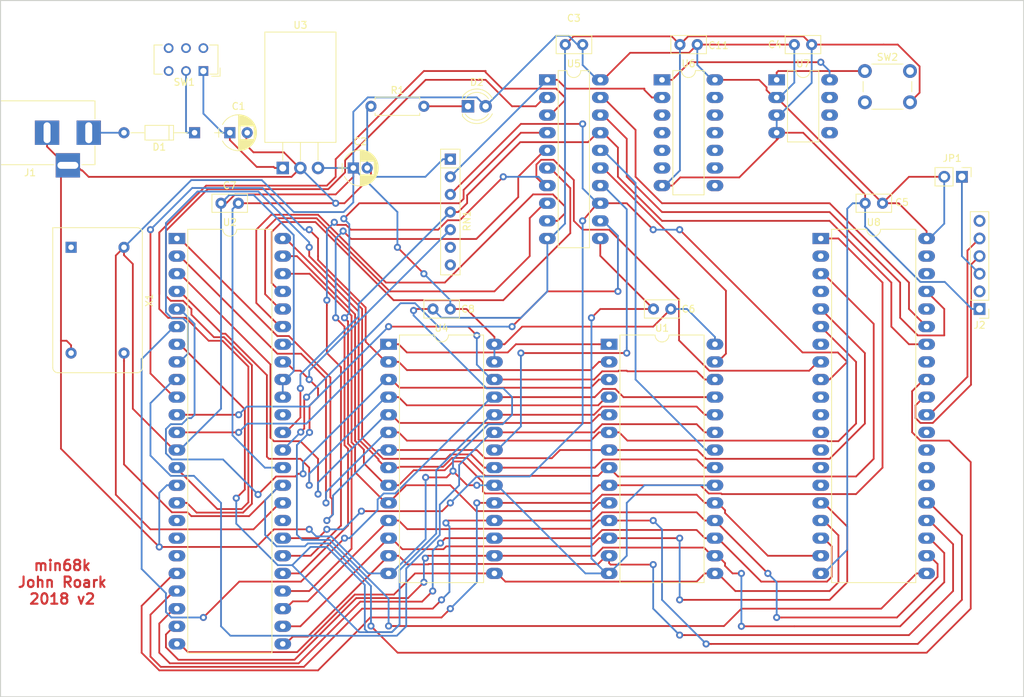
<source format=kicad_pcb>
(kicad_pcb (version 20171130) (host pcbnew "(5.0.2-5-10.14)")
  (title_block (date 2018-06-28) (rev v02))
  (layers (0 F.Cu signal hide) (31 B.Cu signal hide) (34 B.Paste user) (35 F.Paste user) (36 B.SilkS user hide) (37 F.SilkS user hide) (38 B.Mask user hide) (39 F.Mask user hide) (44 Edge.Cuts user))
  (net 0 "")
  (net 1 "Net-(C1-Pad1)")
  (net 2 GND)
  (net 3 VCC)
  (net 4 "Net-(D1-Pad1)")
  (net 5 "Net-(D1-Pad2)")
  (net 6 "Net-(D2-Pad1)")
  (net 7 "Net-(J2-Pad3)")
  (net 8 TX1)
  (net 9 RX1)
  (net 10 DTACK)
  (net 11 RESET)
  (net 12 INTR)
  (net 13 MR)
  (net 14 A14)
  (net 15 DB3)
  (net 16 A12)
  (net 17 DB4)
  (net 18 A7)
  (net 19 DB5)
  (net 20 A6)
  (net 21 DB6)
  (net 22 A5)
  (net 23 DB7)
  (net 24 A4)
  (net 25 A3)
  (net 26 A10)
  (net 27 A2)
  (net 28 RAM_OE)
  (net 29 A1)
  (net 30 A11)
  (net 31 A0)
  (net 32 A9)
  (net 33 DB0)
  (net 34 A8)
  (net 35 DB1)
  (net 36 A13)
  (net 37 DB2)
  (net 38 RAM_WE)
  (net 39 AS)
  (net 40 DS)
  (net 41 R/W)
  (net 42 CLK)
  (net 43 HALT)
  (net 44 A15)
  (net 45 A16)
  (net 46 FC2)
  (net 47 FC1)
  (net 48 FC0)
  (net 49 ROM_OE)
  (net 50 RST)
  (net 51 IACK)
  (net 52 UART_CS)
  (net 53 "Net-(U6-Pad1)")
  (module Capacitors_THT:CP_Radial_D5.0mm_P2.50mm (layer F.Cu) (at 121.92 82.55)
    (fp_text reference C1 (at 1.25 -3.81) (layer F.SilkS))
    (fp_text value 100uF)
    (pad 1 thru_hole rect (at 0 0) (size 1.6 1.6) (drill 0.8) (layers *.Cu *.Mask) (net 1 "Net-(C1-Pad1)"))
    (pad 2 thru_hole circle (at 2.5 0) (size 1.6 1.6) (drill 0.8) (layers *.Cu *.Mask) (net 2 GND))
  )
  (module Capacitors_THT:CP_Radial_D5.0mm_P2.00mm (layer F.Cu) (at 139.7 87.63)
    (fp_text reference C2 (at 1 -3.81) (layer F.SilkS))
    (fp_text value 10uF)
    (pad 1 thru_hole rect (at 0 0) (size 1.6 1.6) (drill 0.8) (layers *.Cu *.Mask) (net 3 VCC))
    (pad 2 thru_hole circle (at 2 0) (size 1.6 1.6) (drill 0.8) (layers *.Cu *.Mask) (net 2 GND))
  )
  (module Capacitors_THT:C_Disc_D5.0mm_W2.5mm_P2.50mm (layer F.Cu) (at 172.72 69.85 180)
    (fp_text reference C3 (at 1.27 3.81 180) (layer F.SilkS))
    (fp_text value .1u)
    (pad 1 thru_hole circle (at 0 0 180) (size 1.6 1.6) (drill 0.8) (layers *.Cu *.Mask) (net 3 VCC))
    (pad 2 thru_hole circle (at 2.5 0 180) (size 1.6 1.6) (drill 0.8) (layers *.Cu *.Mask) (net 2 GND))
  )
  (module Capacitors_THT:C_Disc_D5.0mm_W2.5mm_P2.50mm (layer F.Cu) (at 203.2 69.85)
    (fp_text reference C4 (at -2.794 0) (layer F.SilkS))
    (fp_text value .1u)
    (pad 1 thru_hole circle (at 0 0) (size 1.6 1.6) (drill 0.8) (layers *.Cu *.Mask) (net 3 VCC))
    (pad 2 thru_hole circle (at 2.5 0) (size 1.6 1.6) (drill 0.8) (layers *.Cu *.Mask) (net 2 GND))
  )
  (module Capacitors_THT:C_Disc_D5.0mm_W2.5mm_P2.50mm (layer F.Cu) (at 215.9 92.71 180)
    (fp_text reference C5 (at -2.794 0.127 180) (layer F.SilkS))
    (fp_text value .1u)
    (pad 1 thru_hole circle (at 0 0 180) (size 1.6 1.6) (drill 0.8) (layers *.Cu *.Mask) (net 3 VCC))
    (pad 2 thru_hole circle (at 2.5 0 180) (size 1.6 1.6) (drill 0.8) (layers *.Cu *.Mask) (net 2 GND))
  )
  (module Capacitors_THT:C_Disc_D5.0mm_W2.5mm_P2.50mm (layer F.Cu) (at 185.42 107.95 180)
    (fp_text reference C6 (at -2.54 0 180) (layer F.SilkS))
    (fp_text value .1u)
    (pad 1 thru_hole circle (at 0 0 180) (size 1.6 1.6) (drill 0.8) (layers *.Cu *.Mask) (net 3 VCC))
    (pad 2 thru_hole circle (at 2.5 0 180) (size 1.6 1.6) (drill 0.8) (layers *.Cu *.Mask) (net 2 GND))
  )
  (module Capacitors_THT:C_Disc_D5.0mm_W2.5mm_P2.50mm (layer F.Cu) (at 120.65 92.71)
    (fp_text reference C7 (at 1.25 -2.56) (layer F.SilkS))
    (fp_text value .1u)
    (pad 1 thru_hole circle (at 0 0) (size 1.6 1.6) (drill 0.8) (layers *.Cu *.Mask) (net 3 VCC))
    (pad 2 thru_hole circle (at 2.5 0) (size 1.6 1.6) (drill 0.8) (layers *.Cu *.Mask) (net 2 GND))
  )
  (module Capacitors_THT:C_Disc_D5.0mm_W2.5mm_P2.50mm (layer F.Cu) (at 153.67 107.95 180)
    (fp_text reference C8 (at -2.54 0 180) (layer F.SilkS))
    (fp_text value .1u)
    (pad 1 thru_hole circle (at 0 0 180) (size 1.6 1.6) (drill 0.8) (layers *.Cu *.Mask) (net 3 VCC))
    (pad 2 thru_hole circle (at 2.5 0 180) (size 1.6 1.6) (drill 0.8) (layers *.Cu *.Mask) (net 2 GND))
  )
  (module Capacitors_THT:C_Disc_D5.0mm_W2.5mm_P2.50mm (layer F.Cu) (at 189.23 69.85 180)
    (fp_text reference C11 (at -3.048 -0.127 180) (layer F.SilkS))
    (fp_text value .1u)
    (pad 1 thru_hole circle (at 0 0 180) (size 1.6 1.6) (drill 0.8) (layers *.Cu *.Mask) (net 3 VCC))
    (pad 2 thru_hole circle (at 2.5 0 180) (size 1.6 1.6) (drill 0.8) (layers *.Cu *.Mask) (net 2 GND))
  )
  (module Diodes_THT:D_DO-35_SOD27_P10.16mm_Horizontal (layer F.Cu) (at 116.84 82.55 180)
    (fp_text reference D1 (at 5.08 -2.06 180) (layer F.SilkS))
    (fp_text value D_ALT)
    (pad 1 thru_hole rect (at 0 0 180) (size 1.6 1.6) (drill 0.8) (layers *.Cu *.Mask) (net 4 "Net-(D1-Pad1)"))
    (pad 2 thru_hole oval (at 10.16 0 180) (size 1.6 1.6) (drill 0.8) (layers *.Cu *.Mask) (net 5 "Net-(D1-Pad2)"))
  )
  (module LEDs:LED_D4.0mm (layer F.Cu) (at 156.21 78.74)
    (fp_text reference D2 (at 1.27 -3.46) (layer F.SilkS))
    (fp_text value RED)
    (pad 1 thru_hole rect (at 0 0) (size 1.8 1.8) (drill 0.9) (layers *.Cu *.Mask) (net 6 "Net-(D2-Pad1)"))
    (pad 2 thru_hole circle (at 2.54 0) (size 1.8 1.8) (drill 0.9) (layers *.Cu *.Mask) (net 3 VCC))
  )
  (module Connectors:BARREL_JACK (layer F.Cu) (at 101.6 82.55)
    (fp_text reference J1 (at -8.45 5.75 180) (layer F.SilkS))
    (fp_text value Jack-DC)
    (pad 1 thru_hole rect (at 0 0) (size 3.5 3.5) (drill oval 1 3) (layers *.Cu *.Mask) (net 5 "Net-(D1-Pad2)"))
    (pad 2 thru_hole rect (at -6 0) (size 3.5 3.5) (drill oval 1 3) (layers *.Cu *.Mask) (net 2 GND))
    (pad 3 thru_hole rect (at -3 4.7) (size 3.5 3.5) (drill oval 3 1) (layers *.Cu *.Mask) (net 2 GND))
  )
  (module Pin_Headers:Pin_Header_Straight_1x06_Pitch2.54mm (layer F.Cu) (at 229.87 107.95 180)
    (fp_text reference J2 (at 0 -2.33 180) (layer F.SilkS))
    (fp_text value "FTDI header")
    (pad 1 thru_hole rect (at 0 0 180) (size 1.7 1.7) (drill 1) (layers *.Cu *.Mask) (net 2 GND))
    (pad 2 thru_hole oval (at 0 2.54 180) (size 1.7 1.7) (drill 1) (layers *.Cu *.Mask))
    (pad 3 thru_hole oval (at 0 5.08 180) (size 1.7 1.7) (drill 1) (layers *.Cu *.Mask) (net 7 "Net-(J2-Pad3)"))
    (pad 4 thru_hole oval (at 0 7.62 180) (size 1.7 1.7) (drill 1) (layers *.Cu *.Mask) (net 9 RX1))
    (pad 5 thru_hole oval (at 0 10.16 180) (size 1.7 1.7) (drill 1) (layers *.Cu *.Mask) (net 8 TX1))
    (pad 6 thru_hole oval (at 0 12.7 180) (size 1.7 1.7) (drill 1) (layers *.Cu *.Mask))
  )
  (module Pin_Headers:Pin_Header_Straight_1x02_Pitch2.54mm (layer F.Cu) (at 227.33 88.9 270)
    (fp_text reference JP1 (at -2.667 1.397) (layer F.SilkS))
    (fp_text value Jumper)
    (pad 1 thru_hole rect (at 0 0 270) (size 1.7 1.7) (drill 1) (layers *.Cu *.Mask) (net 7 "Net-(J2-Pad3)"))
    (pad 2 thru_hole oval (at 0 2.54 270) (size 1.7 1.7) (drill 1) (layers *.Cu *.Mask) (net 3 VCC))
  )
  (module Resistors_THT:R_Axial_DIN0207_L6.3mm_D2.5mm_P7.62mm_Horizontal (layer F.Cu) (at 142.24 78.74)
    (fp_text reference R1 (at 3.81 -2.31) (layer F.SilkS))
    (fp_text value 330R)
    (pad 1 thru_hole circle (at 0 0) (size 1.6 1.6) (drill 0.8) (layers *.Cu *.Mask) (net 2 GND))
    (pad 2 thru_hole oval (at 7.62 0) (size 1.6 1.6) (drill 0.8) (layers *.Cu *.Mask) (net 6 "Net-(D2-Pad1)"))
  )
  (module Resistors_THT:R_Array_SIP7 (layer F.Cu) (at 153.67 86.36 270)
    (fp_text reference RN1 (at 8.89 -2.4 270) (layer F.SilkS))
    (fp_text value R_Network06)
    (pad 1 thru_hole rect (at 0 0 270) (size 1.6 1.6) (drill 0.8) (layers *.Cu *.Mask) (net 3 VCC))
    (pad 2 thru_hole oval (at 2.54 0 270) (size 1.6 1.6) (drill 0.8) (layers *.Cu *.Mask) (net 50 RST))
    (pad 3 thru_hole oval (at 5.08 0 270) (size 1.6 1.6) (drill 0.8) (layers *.Cu *.Mask) (net 10 DTACK))
    (pad 4 thru_hole oval (at 7.62 0 270) (size 1.6 1.6) (drill 0.8) (layers *.Cu *.Mask) (net 11 RESET))
    (pad 5 thru_hole oval (at 10.16 0 270) (size 1.6 1.6) (drill 0.8) (layers *.Cu *.Mask) (net 12 INTR))
    (pad 6 thru_hole oval (at 12.7 0 270) (size 1.6 1.6) (drill 0.8) (layers *.Cu *.Mask))
    (pad 7 thru_hole oval (at 15.24 0 270) (size 1.6 1.6) (drill 0.8) (layers *.Cu *.Mask))
  )
  (module Buttons_Switches_THT:SW_CuK_JS202011CQN_DPDT_Straight (layer F.Cu) (at 118.11 73.66 180)
    (fp_text reference SW1 (at 2.75 -1.6 180) (layer F.SilkS))
    (fp_text value SW_SPDT)
    (pad 1 thru_hole rect (at 0 0 180) (size 1.4 1.4) (drill 0.9) (layers *.Cu *.Mask) (net 1 "Net-(C1-Pad1)"))
    (pad 2 thru_hole circle (at 2.5 0 180) (size 1.4 1.4) (drill 0.9) (layers *.Cu *.Mask) (net 4 "Net-(D1-Pad1)"))
    (pad 3 thru_hole circle (at 5 0 180) (size 1.4 1.4) (drill 0.9) (layers *.Cu *.Mask))
    (pad 4 thru_hole circle (at 0 3.3 180) (size 1.4 1.4) (drill 0.9) (layers *.Cu *.Mask))
    (pad 5 thru_hole circle (at 2.5 3.3 180) (size 1.4 1.4) (drill 0.9) (layers *.Cu *.Mask))
    (pad 6 thru_hole circle (at 5 3.3 180) (size 1.4 1.4) (drill 0.9) (layers *.Cu *.Mask))
  )
  (module Housings_DIP:DIP-28_W15.24mm_LongPads (layer F.Cu) (at 176.53 113.03)
    (fp_text reference U1 (at 7.62 -2.33) (layer F.SilkS))
    (fp_text value HM62256BLP-7)
    (pad 1 thru_hole rect (at 0 0) (size 2.4 1.6) (drill 0.8) (layers *.Cu *.Mask) (net 14 A14))
    (pad 15 thru_hole oval (at 15.24 33.02) (size 2.4 1.6) (drill 0.8) (layers *.Cu *.Mask) (net 15 DB3))
    (pad 2 thru_hole oval (at 0 2.54) (size 2.4 1.6) (drill 0.8) (layers *.Cu *.Mask) (net 16 A12))
    (pad 16 thru_hole oval (at 15.24 30.48) (size 2.4 1.6) (drill 0.8) (layers *.Cu *.Mask) (net 17 DB4))
    (pad 3 thru_hole oval (at 0 5.08) (size 2.4 1.6) (drill 0.8) (layers *.Cu *.Mask) (net 18 A7))
    (pad 17 thru_hole oval (at 15.24 27.94) (size 2.4 1.6) (drill 0.8) (layers *.Cu *.Mask) (net 19 DB5))
    (pad 4 thru_hole oval (at 0 7.62) (size 2.4 1.6) (drill 0.8) (layers *.Cu *.Mask) (net 20 A6))
    (pad 18 thru_hole oval (at 15.24 25.4) (size 2.4 1.6) (drill 0.8) (layers *.Cu *.Mask) (net 21 DB6))
    (pad 5 thru_hole oval (at 0 10.16) (size 2.4 1.6) (drill 0.8) (layers *.Cu *.Mask) (net 22 A5))
    (pad 19 thru_hole oval (at 15.24 22.86) (size 2.4 1.6) (drill 0.8) (layers *.Cu *.Mask) (net 23 DB7))
    (pad 6 thru_hole oval (at 0 12.7) (size 2.4 1.6) (drill 0.8) (layers *.Cu *.Mask) (net 24 A4))
    (pad 20 thru_hole oval (at 15.24 20.32) (size 2.4 1.6) (drill 0.8) (layers *.Cu *.Mask) (net 2 GND))
    (pad 7 thru_hole oval (at 0 15.24) (size 2.4 1.6) (drill 0.8) (layers *.Cu *.Mask) (net 25 A3))
    (pad 21 thru_hole oval (at 15.24 17.78) (size 2.4 1.6) (drill 0.8) (layers *.Cu *.Mask) (net 26 A10))
    (pad 8 thru_hole oval (at 0 17.78) (size 2.4 1.6) (drill 0.8) (layers *.Cu *.Mask) (net 27 A2))
    (pad 22 thru_hole oval (at 15.24 15.24) (size 2.4 1.6) (drill 0.8) (layers *.Cu *.Mask) (net 28 RAM_OE))
    (pad 9 thru_hole oval (at 0 20.32) (size 2.4 1.6) (drill 0.8) (layers *.Cu *.Mask) (net 29 A1))
    (pad 23 thru_hole oval (at 15.24 12.7) (size 2.4 1.6) (drill 0.8) (layers *.Cu *.Mask) (net 30 A11))
    (pad 10 thru_hole oval (at 0 22.86) (size 2.4 1.6) (drill 0.8) (layers *.Cu *.Mask) (net 31 A0))
    (pad 24 thru_hole oval (at 15.24 10.16) (size 2.4 1.6) (drill 0.8) (layers *.Cu *.Mask) (net 32 A9))
    (pad 11 thru_hole oval (at 0 25.4) (size 2.4 1.6) (drill 0.8) (layers *.Cu *.Mask) (net 33 DB0))
    (pad 25 thru_hole oval (at 15.24 7.62) (size 2.4 1.6) (drill 0.8) (layers *.Cu *.Mask) (net 34 A8))
    (pad 12 thru_hole oval (at 0 27.94) (size 2.4 1.6) (drill 0.8) (layers *.Cu *.Mask) (net 35 DB1))
    (pad 26 thru_hole oval (at 15.24 5.08) (size 2.4 1.6) (drill 0.8) (layers *.Cu *.Mask) (net 36 A13))
    (pad 13 thru_hole oval (at 0 30.48) (size 2.4 1.6) (drill 0.8) (layers *.Cu *.Mask) (net 37 DB2))
    (pad 27 thru_hole oval (at 15.24 2.54) (size 2.4 1.6) (drill 0.8) (layers *.Cu *.Mask) (net 38 RAM_WE))
    (pad 14 thru_hole oval (at 0 33.02) (size 2.4 1.6) (drill 0.8) (layers *.Cu *.Mask) (net 2 GND))
    (pad 28 thru_hole oval (at 15.24 0) (size 2.4 1.6) (drill 0.8) (layers *.Cu *.Mask) (net 3 VCC))
  )
  (module Housings_DIP:DIP-48_W15.24mm_LongPads (layer F.Cu) (at 114.3 97.79)
    (fp_text reference U2 (at 7.62 -2.33) (layer F.SilkS))
    (fp_text value 68008D)
    (pad 1 thru_hole rect (at 0 0) (size 2.4 1.6) (drill 0.8) (layers *.Cu *.Mask) (net 25 A3))
    (pad 25 thru_hole oval (at 15.24 58.42) (size 2.4 1.6) (drill 0.8) (layers *.Cu *.Mask) (net 37 DB2))
    (pad 2 thru_hole oval (at 0 2.54) (size 2.4 1.6) (drill 0.8) (layers *.Cu *.Mask) (net 24 A4))
    (pad 26 thru_hole oval (at 15.24 55.88) (size 2.4 1.6) (drill 0.8) (layers *.Cu *.Mask) (net 35 DB1))
    (pad 3 thru_hole oval (at 0 5.08) (size 2.4 1.6) (drill 0.8) (layers *.Cu *.Mask) (net 22 A5))
    (pad 27 thru_hole oval (at 15.24 53.34) (size 2.4 1.6) (drill 0.8) (layers *.Cu *.Mask) (net 33 DB0))
    (pad 4 thru_hole oval (at 0 7.62) (size 2.4 1.6) (drill 0.8) (layers *.Cu *.Mask) (net 20 A6))
    (pad 28 thru_hole oval (at 15.24 50.8) (size 2.4 1.6) (drill 0.8) (layers *.Cu *.Mask) (net 39 AS))
    (pad 5 thru_hole oval (at 0 10.16) (size 2.4 1.6) (drill 0.8) (layers *.Cu *.Mask) (net 18 A7))
    (pad 29 thru_hole oval (at 15.24 48.26) (size 2.4 1.6) (drill 0.8) (layers *.Cu *.Mask) (net 40 DS))
    (pad 6 thru_hole oval (at 0 12.7) (size 2.4 1.6) (drill 0.8) (layers *.Cu *.Mask) (net 34 A8))
    (pad 30 thru_hole oval (at 15.24 45.72) (size 2.4 1.6) (drill 0.8) (layers *.Cu *.Mask) (net 41 R/W))
    (pad 7 thru_hole oval (at 0 15.24) (size 2.4 1.6) (drill 0.8) (layers *.Cu *.Mask) (net 32 A9))
    (pad 31 thru_hole oval (at 15.24 43.18) (size 2.4 1.6) (drill 0.8) (layers *.Cu *.Mask) (net 10 DTACK))
    (pad 8 thru_hole oval (at 0 17.78) (size 2.4 1.6) (drill 0.8) (layers *.Cu *.Mask) (net 26 A10))
    (pad 32 thru_hole oval (at 15.24 40.64) (size 2.4 1.6) (drill 0.8) (layers *.Cu *.Mask))
    (pad 9 thru_hole oval (at 0 20.32) (size 2.4 1.6) (drill 0.8) (layers *.Cu *.Mask) (net 30 A11))
    (pad 33 thru_hole oval (at 15.24 38.1) (size 2.4 1.6) (drill 0.8) (layers *.Cu *.Mask) (net 3 VCC))
    (pad 10 thru_hole oval (at 0 22.86) (size 2.4 1.6) (drill 0.8) (layers *.Cu *.Mask) (net 16 A12))
    (pad 34 thru_hole oval (at 15.24 35.56) (size 2.4 1.6) (drill 0.8) (layers *.Cu *.Mask) (net 42 CLK))
    (pad 11 thru_hole oval (at 0 25.4) (size 2.4 1.6) (drill 0.8) (layers *.Cu *.Mask) (net 36 A13))
    (pad 35 thru_hole oval (at 15.24 33.02) (size 2.4 1.6) (drill 0.8) (layers *.Cu *.Mask) (net 2 GND))
    (pad 12 thru_hole oval (at 0 27.94) (size 2.4 1.6) (drill 0.8) (layers *.Cu *.Mask) (net 14 A14))
    (pad 36 thru_hole oval (at 15.24 30.48) (size 2.4 1.6) (drill 0.8) (layers *.Cu *.Mask) (net 43 HALT))
    (pad 13 thru_hole oval (at 0 30.48) (size 2.4 1.6) (drill 0.8) (layers *.Cu *.Mask) (net 3 VCC))
    (pad 37 thru_hole oval (at 15.24 27.94) (size 2.4 1.6) (drill 0.8) (layers *.Cu *.Mask) (net 11 RESET))
    (pad 14 thru_hole oval (at 0 33.02) (size 2.4 1.6) (drill 0.8) (layers *.Cu *.Mask) (net 44 A15))
    (pad 38 thru_hole oval (at 15.24 25.4) (size 2.4 1.6) (drill 0.8) (layers *.Cu *.Mask))
    (pad 15 thru_hole oval (at 0 35.56) (size 2.4 1.6) (drill 0.8) (layers *.Cu *.Mask) (net 2 GND))
    (pad 39 thru_hole oval (at 15.24 22.86) (size 2.4 1.6) (drill 0.8) (layers *.Cu *.Mask) (net 3 VCC))
    (pad 16 thru_hole oval (at 0 38.1) (size 2.4 1.6) (drill 0.8) (layers *.Cu *.Mask) (net 45 A16))
    (pad 40 thru_hole oval (at 15.24 20.32) (size 2.4 1.6) (drill 0.8) (layers *.Cu *.Mask) (net 3 VCC))
    (pad 17 thru_hole oval (at 0 40.64) (size 2.4 1.6) (drill 0.8) (layers *.Cu *.Mask))
    (pad 41 thru_hole oval (at 15.24 17.78) (size 2.4 1.6) (drill 0.8) (layers *.Cu *.Mask) (net 12 INTR))
    (pad 18 thru_hole oval (at 0 43.18) (size 2.4 1.6) (drill 0.8) (layers *.Cu *.Mask))
    (pad 42 thru_hole oval (at 15.24 15.24) (size 2.4 1.6) (drill 0.8) (layers *.Cu *.Mask) (net 3 VCC))
    (pad 19 thru_hole oval (at 0 45.72) (size 2.4 1.6) (drill 0.8) (layers *.Cu *.Mask))
    (pad 43 thru_hole oval (at 15.24 12.7) (size 2.4 1.6) (drill 0.8) (layers *.Cu *.Mask) (net 46 FC2))
    (pad 20 thru_hole oval (at 0 48.26) (size 2.4 1.6) (drill 0.8) (layers *.Cu *.Mask) (net 23 DB7))
    (pad 44 thru_hole oval (at 15.24 10.16) (size 2.4 1.6) (drill 0.8) (layers *.Cu *.Mask) (net 47 FC1))
    (pad 21 thru_hole oval (at 0 50.8) (size 2.4 1.6) (drill 0.8) (layers *.Cu *.Mask) (net 21 DB6))
    (pad 45 thru_hole oval (at 15.24 7.62) (size 2.4 1.6) (drill 0.8) (layers *.Cu *.Mask) (net 48 FC0))
    (pad 22 thru_hole oval (at 0 53.34) (size 2.4 1.6) (drill 0.8) (layers *.Cu *.Mask) (net 19 DB5))
    (pad 46 thru_hole oval (at 15.24 5.08) (size 2.4 1.6) (drill 0.8) (layers *.Cu *.Mask) (net 31 A0))
    (pad 23 thru_hole oval (at 0 55.88) (size 2.4 1.6) (drill 0.8) (layers *.Cu *.Mask) (net 17 DB4))
    (pad 47 thru_hole oval (at 15.24 2.54) (size 2.4 1.6) (drill 0.8) (layers *.Cu *.Mask) (net 29 A1))
    (pad 24 thru_hole oval (at 0 58.42) (size 2.4 1.6) (drill 0.8) (layers *.Cu *.Mask) (net 15 DB3))
    (pad 48 thru_hole oval (at 15.24 0) (size 2.4 1.6) (drill 0.8) (layers *.Cu *.Mask) (net 27 A2))
  )
  (module TO_SOT_Packages_THT:TO-220-3_Horizontal (layer F.Cu) (at 129.54 87.63)
    (fp_text reference U3 (at 2.54 -20.58) (layer F.SilkS))
    (fp_text value L7805)
    (pad 0 np_thru_hole oval (at 2.54 -16.66) (size 3.5 3.5) (drill 3.5) (layers *.Cu *.Mask))
    (pad 1 thru_hole rect (at 0 0) (size 1.8 1.8) (drill 1) (layers *.Cu *.Mask) (net 1 "Net-(C1-Pad1)"))
    (pad 2 thru_hole oval (at 2.54 0) (size 1.8 1.8) (drill 1) (layers *.Cu *.Mask) (net 2 GND))
    (pad 3 thru_hole oval (at 5.08 0) (size 1.8 1.8) (drill 1) (layers *.Cu *.Mask) (net 3 VCC))
  )
  (module Housings_DIP:DIP-28_W15.24mm_LongPads (layer F.Cu) (at 144.78 113.03)
    (fp_text reference U4 (at 7.62 -2.33) (layer F.SilkS))
    (fp_text value 28C256)
    (pad 1 thru_hole rect (at 0 0) (size 2.4 1.6) (drill 0.8) (layers *.Cu *.Mask) (net 14 A14))
    (pad 15 thru_hole oval (at 15.24 33.02) (size 2.4 1.6) (drill 0.8) (layers *.Cu *.Mask) (net 15 DB3))
    (pad 2 thru_hole oval (at 0 2.54) (size 2.4 1.6) (drill 0.8) (layers *.Cu *.Mask) (net 16 A12))
    (pad 16 thru_hole oval (at 15.24 30.48) (size 2.4 1.6) (drill 0.8) (layers *.Cu *.Mask) (net 17 DB4))
    (pad 3 thru_hole oval (at 0 5.08) (size 2.4 1.6) (drill 0.8) (layers *.Cu *.Mask) (net 18 A7))
    (pad 17 thru_hole oval (at 15.24 27.94) (size 2.4 1.6) (drill 0.8) (layers *.Cu *.Mask) (net 19 DB5))
    (pad 4 thru_hole oval (at 0 7.62) (size 2.4 1.6) (drill 0.8) (layers *.Cu *.Mask) (net 20 A6))
    (pad 18 thru_hole oval (at 15.24 25.4) (size 2.4 1.6) (drill 0.8) (layers *.Cu *.Mask) (net 21 DB6))
    (pad 5 thru_hole oval (at 0 10.16) (size 2.4 1.6) (drill 0.8) (layers *.Cu *.Mask) (net 22 A5))
    (pad 19 thru_hole oval (at 15.24 22.86) (size 2.4 1.6) (drill 0.8) (layers *.Cu *.Mask) (net 23 DB7))
    (pad 6 thru_hole oval (at 0 12.7) (size 2.4 1.6) (drill 0.8) (layers *.Cu *.Mask) (net 24 A4))
    (pad 20 thru_hole oval (at 15.24 20.32) (size 2.4 1.6) (drill 0.8) (layers *.Cu *.Mask) (net 2 GND))
    (pad 7 thru_hole oval (at 0 15.24) (size 2.4 1.6) (drill 0.8) (layers *.Cu *.Mask) (net 25 A3))
    (pad 21 thru_hole oval (at 15.24 17.78) (size 2.4 1.6) (drill 0.8) (layers *.Cu *.Mask) (net 26 A10))
    (pad 8 thru_hole oval (at 0 17.78) (size 2.4 1.6) (drill 0.8) (layers *.Cu *.Mask) (net 27 A2))
    (pad 22 thru_hole oval (at 15.24 15.24) (size 2.4 1.6) (drill 0.8) (layers *.Cu *.Mask) (net 49 ROM_OE))
    (pad 9 thru_hole oval (at 0 20.32) (size 2.4 1.6) (drill 0.8) (layers *.Cu *.Mask) (net 29 A1))
    (pad 23 thru_hole oval (at 15.24 12.7) (size 2.4 1.6) (drill 0.8) (layers *.Cu *.Mask) (net 30 A11))
    (pad 10 thru_hole oval (at 0 22.86) (size 2.4 1.6) (drill 0.8) (layers *.Cu *.Mask) (net 31 A0))
    (pad 24 thru_hole oval (at 15.24 10.16) (size 2.4 1.6) (drill 0.8) (layers *.Cu *.Mask) (net 32 A9))
    (pad 11 thru_hole oval (at 0 25.4) (size 2.4 1.6) (drill 0.8) (layers *.Cu *.Mask) (net 33 DB0))
    (pad 25 thru_hole oval (at 15.24 7.62) (size 2.4 1.6) (drill 0.8) (layers *.Cu *.Mask) (net 34 A8))
    (pad 12 thru_hole oval (at 0 27.94) (size 2.4 1.6) (drill 0.8) (layers *.Cu *.Mask) (net 35 DB1))
    (pad 26 thru_hole oval (at 15.24 5.08) (size 2.4 1.6) (drill 0.8) (layers *.Cu *.Mask) (net 36 A13))
    (pad 13 thru_hole oval (at 0 30.48) (size 2.4 1.6) (drill 0.8) (layers *.Cu *.Mask) (net 37 DB2))
    (pad 27 thru_hole oval (at 15.24 2.54) (size 2.4 1.6) (drill 0.8) (layers *.Cu *.Mask) (net 3 VCC))
    (pad 14 thru_hole oval (at 0 33.02) (size 2.4 1.6) (drill 0.8) (layers *.Cu *.Mask) (net 2 GND))
    (pad 28 thru_hole oval (at 15.24 0) (size 2.4 1.6) (drill 0.8) (layers *.Cu *.Mask) (net 3 VCC))
  )
  (module Housings_DIP:DIP-20_W7.62mm_LongPads (layer F.Cu) (at 167.64 74.93)
    (fp_text reference U5 (at 3.81 -2.33) (layer F.SilkS))
    (fp_text value GAL16V8)
    (pad 1 thru_hole rect (at 0 0) (size 2.4 1.6) (drill 0.8) (layers *.Cu *.Mask) (net 50 RST))
    (pad 11 thru_hole oval (at 7.62 22.86) (size 2.4 1.6) (drill 0.8) (layers *.Cu *.Mask) (net 2 GND))
    (pad 2 thru_hole oval (at 0 2.54) (size 2.4 1.6) (drill 0.8) (layers *.Cu *.Mask) (net 45 A16))
    (pad 12 thru_hole oval (at 7.62 20.32) (size 2.4 1.6) (drill 0.8) (layers *.Cu *.Mask) (net 43 HALT))
    (pad 3 thru_hole oval (at 0 5.08) (size 2.4 1.6) (drill 0.8) (layers *.Cu *.Mask) (net 44 A15))
    (pad 13 thru_hole oval (at 7.62 17.78) (size 2.4 1.6) (drill 0.8) (layers *.Cu *.Mask) (net 10 DTACK))
    (pad 4 thru_hole oval (at 0 7.62) (size 2.4 1.6) (drill 0.8) (layers *.Cu *.Mask) (net 39 AS))
    (pad 14 thru_hole oval (at 7.62 15.24) (size 2.4 1.6) (drill 0.8) (layers *.Cu *.Mask) (net 49 ROM_OE))
    (pad 5 thru_hole oval (at 0 10.16) (size 2.4 1.6) (drill 0.8) (layers *.Cu *.Mask) (net 40 DS))
    (pad 15 thru_hole oval (at 7.62 12.7) (size 2.4 1.6) (drill 0.8) (layers *.Cu *.Mask) (net 38 RAM_WE))
    (pad 6 thru_hole oval (at 0 12.7) (size 2.4 1.6) (drill 0.8) (layers *.Cu *.Mask) (net 48 FC0))
    (pad 16 thru_hole oval (at 7.62 10.16) (size 2.4 1.6) (drill 0.8) (layers *.Cu *.Mask) (net 28 RAM_OE))
    (pad 7 thru_hole oval (at 0 15.24) (size 2.4 1.6) (drill 0.8) (layers *.Cu *.Mask) (net 41 R/W))
    (pad 17 thru_hole oval (at 7.62 7.62) (size 2.4 1.6) (drill 0.8) (layers *.Cu *.Mask) (net 11 RESET))
    (pad 8 thru_hole oval (at 0 17.78) (size 2.4 1.6) (drill 0.8) (layers *.Cu *.Mask) (net 47 FC1))
    (pad 18 thru_hole oval (at 7.62 5.08) (size 2.4 1.6) (drill 0.8) (layers *.Cu *.Mask) (net 51 IACK))
    (pad 9 thru_hole oval (at 0 20.32) (size 2.4 1.6) (drill 0.8) (layers *.Cu *.Mask) (net 46 FC2))
    (pad 19 thru_hole oval (at 7.62 2.54) (size 2.4 1.6) (drill 0.8) (layers *.Cu *.Mask) (net 52 UART_CS))
    (pad 10 thru_hole oval (at 0 22.86) (size 2.4 1.6) (drill 0.8) (layers *.Cu *.Mask) (net 2 GND))
    (pad 20 thru_hole oval (at 7.62 0) (size 2.4 1.6) (drill 0.8) (layers *.Cu *.Mask) (net 3 VCC))
  )
  (module Housings_DIP:DIP-14_W7.62mm_LongPads (layer F.Cu) (at 184.15 74.93)
    (fp_text reference U6 (at 3.81 -2.33) (layer F.SilkS))
    (fp_text value 74LS05)
    (pad 1 thru_hole rect (at 0 0) (size 2.4 1.6) (drill 0.8) (layers *.Cu *.Mask) (net 53 "Net-(U6-Pad1)"))
    (pad 8 thru_hole oval (at 7.62 15.24) (size 2.4 1.6) (drill 0.8) (layers *.Cu *.Mask))
    (pad 2 thru_hole oval (at 0 2.54) (size 2.4 1.6) (drill 0.8) (layers *.Cu *.Mask) (net 50 RST))
    (pad 9 thru_hole oval (at 7.62 12.7) (size 2.4 1.6) (drill 0.8) (layers *.Cu *.Mask))
    (pad 3 thru_hole oval (at 0 5.08) (size 2.4 1.6) (drill 0.8) (layers *.Cu *.Mask))
    (pad 10 thru_hole oval (at 7.62 10.16) (size 2.4 1.6) (drill 0.8) (layers *.Cu *.Mask))
    (pad 4 thru_hole oval (at 0 7.62) (size 2.4 1.6) (drill 0.8) (layers *.Cu *.Mask))
    (pad 11 thru_hole oval (at 7.62 7.62) (size 2.4 1.6) (drill 0.8) (layers *.Cu *.Mask))
    (pad 5 thru_hole oval (at 0 10.16) (size 2.4 1.6) (drill 0.8) (layers *.Cu *.Mask))
    (pad 12 thru_hole oval (at 7.62 5.08) (size 2.4 1.6) (drill 0.8) (layers *.Cu *.Mask))
    (pad 6 thru_hole oval (at 0 12.7) (size 2.4 1.6) (drill 0.8) (layers *.Cu *.Mask))
    (pad 13 thru_hole oval (at 7.62 2.54) (size 2.4 1.6) (drill 0.8) (layers *.Cu *.Mask))
    (pad 7 thru_hole oval (at 0 15.24) (size 2.4 1.6) (drill 0.8) (layers *.Cu *.Mask) (net 2 GND))
    (pad 14 thru_hole oval (at 7.62 0) (size 2.4 1.6) (drill 0.8) (layers *.Cu *.Mask) (net 3 VCC))
  )
  (module Housings_DIP:DIP-8_W7.62mm_LongPads (layer F.Cu) (at 200.66 74.93)
    (fp_text reference U7 (at 3.81 -2.33) (layer F.SilkS))
    (fp_text value MAX708CPA+)
    (pad 1 thru_hole rect (at 0 0) (size 2.4 1.6) (drill 0.8) (layers *.Cu *.Mask) (net 13 MR))
    (pad 5 thru_hole oval (at 7.62 7.62) (size 2.4 1.6) (drill 0.8) (layers *.Cu *.Mask))
    (pad 2 thru_hole oval (at 0 2.54) (size 2.4 1.6) (drill 0.8) (layers *.Cu *.Mask) (net 3 VCC))
    (pad 6 thru_hole oval (at 7.62 5.08) (size 2.4 1.6) (drill 0.8) (layers *.Cu *.Mask))
    (pad 3 thru_hole oval (at 0 5.08) (size 2.4 1.6) (drill 0.8) (layers *.Cu *.Mask) (net 2 GND))
    (pad 7 thru_hole oval (at 7.62 2.54) (size 2.4 1.6) (drill 0.8) (layers *.Cu *.Mask))
    (pad 4 thru_hole oval (at 0 7.62) (size 2.4 1.6) (drill 0.8) (layers *.Cu *.Mask) (net 2 GND))
    (pad 8 thru_hole oval (at 7.62 0) (size 2.4 1.6) (drill 0.8) (layers *.Cu *.Mask) (net 53 "Net-(U6-Pad1)"))
  )
  (module Housings_DIP:DIP-40_W15.24mm_LongPads (layer F.Cu) (at 207.01 97.79)
    (fp_text reference U8 (at 7.62 -2.33) (layer F.SilkS))
    (fp_text value 68681)
    (pad 1 thru_hole rect (at 0 0) (size 2.4 1.6) (drill 0.8) (layers *.Cu *.Mask) (net 29 A1))
    (pad 21 thru_hole oval (at 15.24 48.26) (size 2.4 1.6) (drill 0.8) (layers *.Cu *.Mask) (net 12 INTR))
    (pad 2 thru_hole oval (at 0 2.54) (size 2.4 1.6) (drill 0.8) (layers *.Cu *.Mask))
    (pad 22 thru_hole oval (at 15.24 45.72) (size 2.4 1.6) (drill 0.8) (layers *.Cu *.Mask) (net 21 DB6))
    (pad 3 thru_hole oval (at 0 5.08) (size 2.4 1.6) (drill 0.8) (layers *.Cu *.Mask) (net 27 A2))
    (pad 23 thru_hole oval (at 15.24 43.18) (size 2.4 1.6) (drill 0.8) (layers *.Cu *.Mask) (net 17 DB4))
    (pad 4 thru_hole oval (at 0 7.62) (size 2.4 1.6) (drill 0.8) (layers *.Cu *.Mask))
    (pad 24 thru_hole oval (at 15.24 40.64) (size 2.4 1.6) (drill 0.8) (layers *.Cu *.Mask) (net 37 DB2))
    (pad 5 thru_hole oval (at 0 10.16) (size 2.4 1.6) (drill 0.8) (layers *.Cu *.Mask) (net 25 A3))
    (pad 25 thru_hole oval (at 15.24 38.1) (size 2.4 1.6) (drill 0.8) (layers *.Cu *.Mask) (net 33 DB0))
    (pad 6 thru_hole oval (at 0 12.7) (size 2.4 1.6) (drill 0.8) (layers *.Cu *.Mask) (net 24 A4))
    (pad 26 thru_hole oval (at 15.24 35.56) (size 2.4 1.6) (drill 0.8) (layers *.Cu *.Mask))
    (pad 7 thru_hole oval (at 0 15.24) (size 2.4 1.6) (drill 0.8) (layers *.Cu *.Mask))
    (pad 27 thru_hole oval (at 15.24 33.02) (size 2.4 1.6) (drill 0.8) (layers *.Cu *.Mask))
    (pad 8 thru_hole oval (at 0 17.78) (size 2.4 1.6) (drill 0.8) (layers *.Cu *.Mask) (net 41 R/W))
    (pad 28 thru_hole oval (at 15.24 30.48) (size 2.4 1.6) (drill 0.8) (layers *.Cu *.Mask))
    (pad 9 thru_hole oval (at 0 20.32) (size 2.4 1.6) (drill 0.8) (layers *.Cu *.Mask) (net 10 DTACK))
    (pad 29 thru_hole oval (at 15.24 27.94) (size 2.4 1.6) (drill 0.8) (layers *.Cu *.Mask))
    (pad 10 thru_hole oval (at 0 22.86) (size 2.4 1.6) (drill 0.8) (layers *.Cu *.Mask))
    (pad 30 thru_hole oval (at 15.24 25.4) (size 2.4 1.6) (drill 0.8) (layers *.Cu *.Mask) (net 8 TX1))
    (pad 11 thru_hole oval (at 0 25.4) (size 2.4 1.6) (drill 0.8) (layers *.Cu *.Mask))
    (pad 31 thru_hole oval (at 15.24 22.86) (size 2.4 1.6) (drill 0.8) (layers *.Cu *.Mask) (net 9 RX1))
    (pad 12 thru_hole oval (at 0 27.94) (size 2.4 1.6) (drill 0.8) (layers *.Cu *.Mask))
    (pad 32 thru_hole oval (at 15.24 20.32) (size 2.4 1.6) (drill 0.8) (layers *.Cu *.Mask) (net 42 CLK))
    (pad 13 thru_hole oval (at 0 30.48) (size 2.4 1.6) (drill 0.8) (layers *.Cu *.Mask))
    (pad 33 thru_hole oval (at 15.24 17.78) (size 2.4 1.6) (drill 0.8) (layers *.Cu *.Mask))
    (pad 14 thru_hole oval (at 0 33.02) (size 2.4 1.6) (drill 0.8) (layers *.Cu *.Mask))
    (pad 34 thru_hole oval (at 15.24 15.24) (size 2.4 1.6) (drill 0.8) (layers *.Cu *.Mask) (net 11 RESET))
    (pad 15 thru_hole oval (at 0 35.56) (size 2.4 1.6) (drill 0.8) (layers *.Cu *.Mask))
    (pad 35 thru_hole oval (at 15.24 12.7) (size 2.4 1.6) (drill 0.8) (layers *.Cu *.Mask) (net 52 UART_CS))
    (pad 16 thru_hole oval (at 0 38.1) (size 2.4 1.6) (drill 0.8) (layers *.Cu *.Mask) (net 35 DB1))
    (pad 36 thru_hole oval (at 15.24 10.16) (size 2.4 1.6) (drill 0.8) (layers *.Cu *.Mask))
    (pad 17 thru_hole oval (at 0 40.64) (size 2.4 1.6) (drill 0.8) (layers *.Cu *.Mask) (net 15 DB3))
    (pad 37 thru_hole oval (at 15.24 7.62) (size 2.4 1.6) (drill 0.8) (layers *.Cu *.Mask) (net 51 IACK))
    (pad 18 thru_hole oval (at 0 43.18) (size 2.4 1.6) (drill 0.8) (layers *.Cu *.Mask) (net 19 DB5))
    (pad 38 thru_hole oval (at 15.24 5.08) (size 2.4 1.6) (drill 0.8) (layers *.Cu *.Mask))
    (pad 19 thru_hole oval (at 0 45.72) (size 2.4 1.6) (drill 0.8) (layers *.Cu *.Mask) (net 23 DB7))
    (pad 39 thru_hole oval (at 15.24 2.54) (size 2.4 1.6) (drill 0.8) (layers *.Cu *.Mask))
    (pad 20 thru_hole oval (at 0 48.26) (size 2.4 1.6) (drill 0.8) (layers *.Cu *.Mask) (net 2 GND))
    (pad 40 thru_hole oval (at 15.24 0) (size 2.4 1.6) (drill 0.8) (layers *.Cu *.Mask) (net 3 VCC))
  )
  (module Oscillators:Oscillator_DIP-14 (layer F.Cu) (at 99.06 99.06 270)
    (fp_text reference X1 (at 7.62 -11.26 270) (layer F.SilkS))
    (fp_text value TCXO-14)
    (pad 1 thru_hole rect (at 0 0 270) (size 1.6 1.6) (drill 0.8) (layers *.Cu *.Mask))
    (pad 14 thru_hole circle (at 0 -7.62 270) (size 1.6 1.6) (drill 0.8) (layers *.Cu *.Mask) (net 3 VCC))
    (pad 8 thru_hole circle (at 15.24 -7.62 270) (size 1.6 1.6) (drill 0.8) (layers *.Cu *.Mask) (net 42 CLK))
    (pad 7 thru_hole circle (at 15.24 0 270) (size 1.6 1.6) (drill 0.8) (layers *.Cu *.Mask) (net 2 GND))
  )
  (module Buttons_Switches_THT:SW_PUSH_6mm (layer F.Cu) (at 213.36 73.66)
    (fp_text reference SW2 (at 3.25 -2) (layer F.SilkS))
    (fp_text value SW_Push)
    (pad 2 thru_hole circle (at 0 4.5 90) (size 2 2) (drill 1.1) (layers *.Cu *.Mask) (net 2 GND))
    (pad 1 thru_hole circle (at 0 0 90) (size 2 2) (drill 1.1) (layers *.Cu *.Mask) (net 13 MR))
    (pad 2 thru_hole circle (at 6.5 4.5 90) (size 2 2) (drill 1.1) (layers *.Cu *.Mask) (net 2 GND))
    (pad 1 thru_hole circle (at 6.5 0 90) (size 2 2) (drill 1.1) (layers *.Cu *.Mask) (net 13 MR))
  )
  (gr_text "min68k\nJohn Roark\n2018 v2" (at 97.79 147.32) (layer F.Cu) (effects (font (size 1.5 1.5) (thickness 0.3))))
  (gr_line (start 88.9 163.83) (end 88.9 63.5) (layer Edge.Cuts) (width 0.15))
  (gr_line (start 236.22 163.83) (end 88.9 163.83) (layer Edge.Cuts) (width 0.15))
  (gr_line (start 236.22 63.5) (end 236.22 163.83) (layer Edge.Cuts) (width 0.15))
  (gr_line (start 88.9 63.5) (end 236.22 63.5) (layer Edge.Cuts) (width 0.15))
  (segment (start 128.386 87.63) (end 128.235405 87.479405) (width 0.254) (layer F.Cu) (net 1))
  (segment (start 129.54 87.63) (end 128.386 87.63) (width 0.254) (layer F.Cu) (net 1))
  (segment (start 125.795405 87.479405) (end 121.92 83.604) (width 0.254) (layer F.Cu) (net 1))
  (segment (start 128.235405 87.479405) (end 125.795405 87.479405) (width 0.254) (layer F.Cu) (net 1))
  (segment (start 121.92 83.604) (end 121.92 82.55) (width 0.254) (layer F.Cu) (net 1))
  (segment (start 118.11 73.66) (end 118.11 79.794) (width 0.254) (layer B.Cu) (net 1))
  (segment (start 118.11 79.794) (end 120.866 82.55) (width 0.254) (layer B.Cu) (net 1))
  (segment (start 120.866 82.55) (end 121.92 82.55) (width 0.254) (layer B.Cu) (net 1))
  (segment (start 97.604832 128.084832) (end 97.604832 112.522) (width 0.254) (layer F.Cu) (net 2))
  (segment (start 98.41337 112.522) (end 97.604832 112.522) (width 0.254) (layer F.Cu) (net 2))
  (segment (start 97.604832 112.522) (end 97.604832 87.815168) (width 0.254) (layer F.Cu) (net 2))
  (segment (start 99.06 114.3) (end 99.06 113.16863) (width 0.254) (layer F.Cu) (net 2))
  (segment (start 99.06 113.16863) (end 98.41337 112.522) (width 0.254) (layer F.Cu) (net 2))
  (segment (start 111.76 142.24) (end 97.604832 128.084832) (width 0.254) (layer F.Cu) (net 2))
  (segment (start 97.604832 87.815168) (end 98.17 87.25) (width 0.254) (layer F.Cu) (net 2))
  (segment (start 98.17 87.25) (end 98.6 87.25) (width 0.254) (layer F.Cu) (net 2))
  (segment (start 132.08 87.63) (end 130.81 88.9) (width 0.254) (layer F.Cu) (net 2))
  (segment (start 130.81 88.9) (end 130.755802 88.9) (width 0.254) (layer F.Cu) (net 2))
  (segment (start 130.755802 88.9) (end 130.744801 88.911001) (width 0.254) (layer F.Cu) (net 2))
  (segment (start 130.744801 88.911001) (end 101.597924 88.911001) (width 0.254) (layer F.Cu) (net 2))
  (segment (start 101.597924 88.911001) (end 100.674339 87.987416) (width 0.254) (layer F.Cu) (net 2))
  (segment (start 100.674339 87.987416) (end 100.560416 87.987416) (width 0.254) (layer F.Cu) (net 2))
  (segment (start 100.560416 87.987416) (end 99.823 87.25) (width 0.254) (layer F.Cu) (net 2))
  (segment (start 99.823 87.25) (end 98.6 87.25) (width 0.254) (layer F.Cu) (net 2))
  (segment (start 150.114535 132.934669) (end 150.114535 132.216249) (width 0.254) (layer B.Cu) (net 2))
  (segment (start 145.18 146.05) (end 150.114535 141.115465) (width 0.254) (layer B.Cu) (net 2))
  (segment (start 144.78 146.05) (end 145.18 146.05) (width 0.254) (layer B.Cu) (net 2))
  (segment (start 150.832955 132.216249) (end 150.114535 132.216249) (width 0.254) (layer F.Cu) (net 2))
  (segment (start 150.114535 141.115465) (end 150.114535 132.934669) (width 0.254) (layer B.Cu) (net 2))
  (segment (start 153.133751 132.216249) (end 150.832955 132.216249) (width 0.254) (layer F.Cu) (net 2))
  (segment (start 154.05099 131.29901) (end 153.133751 132.216249) (width 0.254) (layer F.Cu) (net 2))
  (via (at 150.114535 132.216249) (size 1.016) (drill 0.508) (layers F.Cu B.Cu) (net 2))
  (segment (start 111.76 134.436) (end 111.76 142.24) (width 0.254) (layer B.Cu) (net 2))
  (via (at 111.76 142.24) (size 1.016) (drill 0.508) (layers F.Cu B.Cu) (net 2))
  (segment (start 114.3 133.35) (end 112.846 133.35) (width 0.254) (layer B.Cu) (net 2))
  (segment (start 112.846 133.35) (end 111.76 134.436) (width 0.254) (layer B.Cu) (net 2))
  (segment (start 131.953 87.63) (end 129.69629 85.37329) (width 0.254) (layer F.Cu) (net 2))
  (segment (start 129.69629 85.37329) (end 125.32495 85.37329) (width 0.254) (layer F.Cu) (net 2))
  (segment (start 125.32495 85.37329) (end 124.293 84.34134) (width 0.254) (layer F.Cu) (net 2))
  (segment (start 124.293 84.34134) (end 124.293 82.55) (width 0.254) (layer F.Cu) (net 2))
  (segment (start 219.86 78.16) (end 221.241001 76.778999) (width 0.254) (layer F.Cu) (net 2))
  (segment (start 221.241001 76.778999) (end 221.241001 72.997119) (width 0.254) (layer F.Cu) (net 2))
  (segment (start 221.241001 72.997119) (end 218.093882 69.85) (width 0.254) (layer F.Cu) (net 2))
  (segment (start 218.093882 69.85) (end 216.05 69.85) (width 0.254) (layer F.Cu) (net 2))
  (segment (start 133.349996 139.699996) (end 128.270004 139.699996) (width 0.254) (layer F.Cu) (net 2))
  (segment (start 128.270004 139.699996) (end 125.73 142.24) (width 0.254) (layer F.Cu) (net 2))
  (segment (start 125.73 142.24) (end 111.76 142.24) (width 0.254) (layer F.Cu) (net 2))
  (segment (start 167.64 97.79) (end 167.64 105.41) (width 0.254) (layer B.Cu) (net 2))
  (segment (start 167.64 105.41) (end 163.83 109.22) (width 0.254) (layer B.Cu) (net 2))
  (segment (start 163.83 109.22) (end 152.4 109.22) (width 0.254) (layer B.Cu) (net 2))
  (segment (start 152.4 109.22) (end 151.17 107.99) (width 0.254) (layer B.Cu) (net 2))
  (segment (start 151.17 107.99) (end 151.17 107.95) (width 0.254) (layer B.Cu) (net 2))
  (segment (start 137.16 92.71) (end 138.43 92.71) (width 0.254) (layer F.Cu) (net 2))
  (segment (start 138.43 92.71) (end 142.24 88.9) (width 0.254) (layer F.Cu) (net 2))
  (segment (start 142.24 88.9) (end 142.24 87.63) (width 0.254) (layer F.Cu) (net 2))
  (segment (start 142.24 87.63) (end 141.7 87.63) (width 0.254) (layer F.Cu) (net 2))
  (segment (start 123.15 92.71) (end 137.16 92.71) (width 0.254) (layer F.Cu) (net 2))
  (via (at 137.16 92.71) (size 1.016) (drill 0.508) (layers F.Cu B.Cu) (net 2))
  (segment (start 132.08 87.63) (end 137.16 92.71) (width 0.254) (layer B.Cu) (net 2))
  (segment (start 157.48 133.35) (end 156.10198 133.35) (width 0.254) (layer F.Cu) (net 2))
  (segment (start 154.05099 130.58059) (end 154.05099 131.29901) (width 0.254) (layer B.Cu) (net 2))
  (segment (start 159.13081 124.54899) (end 154.05099 129.62881) (width 0.254) (layer B.Cu) (net 2))
  (segment (start 148.377434 108.162566) (end 148.377434 108.880986) (width 0.254) (layer B.Cu) (net 2))
  (segment (start 162.56 123.19) (end 161.20101 124.54899) (width 0.254) (layer B.Cu) (net 2))
  (segment (start 161.29 119.38) (end 162.56 120.65) (width 0.254) (layer B.Cu) (net 2))
  (segment (start 148.377434 108.880986) (end 158.876448 119.38) (width 0.254) (layer B.Cu) (net 2))
  (segment (start 162.56 120.65) (end 162.56 123.19) (width 0.254) (layer B.Cu) (net 2))
  (segment (start 154.05099 129.62881) (end 154.05099 130.58059) (width 0.254) (layer B.Cu) (net 2))
  (segment (start 154.558989 131.807009) (end 154.05099 131.29901) (width 0.254) (layer F.Cu) (net 2))
  (segment (start 158.876448 119.38) (end 161.29 119.38) (width 0.254) (layer B.Cu) (net 2))
  (segment (start 156.10198 133.35) (end 154.558989 131.807009) (width 0.254) (layer F.Cu) (net 2))
  (segment (start 161.20101 124.54899) (end 159.13081 124.54899) (width 0.254) (layer B.Cu) (net 2))
  (via (at 154.05099 131.29901) (size 1.016) (drill 0.508) (layers F.Cu B.Cu) (net 2))
  (segment (start 160.02 133.35) (end 157.48 133.35) (width 0.254) (layer B.Cu) (net 2))
  (via (at 157.48 133.35) (size 1.016) (drill 0.508) (layers F.Cu B.Cu) (net 2))
  (segment (start 133.857995 140.207995) (end 133.349996 139.699996) (width 0.254) (layer B.Cu) (net 2))
  (segment (start 141.85531 146.05) (end 136.521277 140.715967) (width 0.254) (layer B.Cu) (net 2))
  (segment (start 144.78 146.05) (end 141.85531 146.05) (width 0.254) (layer B.Cu) (net 2))
  (segment (start 134.365967 140.715967) (end 133.857995 140.207995) (width 0.254) (layer B.Cu) (net 2))
  (segment (start 136.521277 140.715967) (end 134.365967 140.715967) (width 0.254) (layer B.Cu) (net 2))
  (segment (start 148.59 107.95) (end 148.377434 108.162566) (width 0.254) (layer F.Cu) (net 2))
  (segment (start 151.17 107.95) (end 148.59 107.95) (width 0.254) (layer F.Cu) (net 2))
  (via (at 148.377434 108.162566) (size 1.016) (drill 0.508) (layers F.Cu B.Cu) (net 2))
  (segment (start 205.7 69.85) (end 204.518999 68.668999) (width 0.254) (layer F.Cu) (net 2))
  (segment (start 204.518999 68.668999) (end 187.911001 68.668999) (width 0.254) (layer F.Cu) (net 2))
  (segment (start 187.911001 68.668999) (end 187.529999 69.050001) (width 0.254) (layer F.Cu) (net 2))
  (segment (start 187.529999 69.050001) (end 186.73 69.85) (width 0.254) (layer F.Cu) (net 2))
  (segment (start 186.73 69.85) (end 185.548999 68.668999) (width 0.254) (layer F.Cu) (net 2))
  (segment (start 185.548999 68.668999) (end 171.401001 68.668999) (width 0.254) (layer F.Cu) (net 2))
  (segment (start 171.401001 68.668999) (end 171.019999 69.050001) (width 0.254) (layer F.Cu) (net 2))
  (segment (start 171.019999 69.050001) (end 170.22 69.85) (width 0.254) (layer F.Cu) (net 2))
  (segment (start 213.4 92.71) (end 213.4 91.48) (width 0.254) (layer F.Cu) (net 2))
  (segment (start 213.4 91.48) (end 204.47 82.55) (width 0.254) (layer F.Cu) (net 2))
  (segment (start 204.47 82.55) (end 201.714 82.55) (width 0.254) (layer F.Cu) (net 2))
  (segment (start 201.714 82.55) (end 200.66 83.604) (width 0.254) (layer F.Cu) (net 2))
  (segment (start 126.954278 130.81) (end 128.086 130.81) (width 0.254) (layer B.Cu) (net 2))
  (segment (start 122.300985 93.559015) (end 122.300985 126.156707) (width 0.254) (layer B.Cu) (net 2))
  (segment (start 123.15 92.71) (end 122.300985 93.559015) (width 0.254) (layer B.Cu) (net 2))
  (segment (start 122.300985 126.156707) (end 126.954278 130.81) (width 0.254) (layer B.Cu) (net 2))
  (segment (start 128.086 130.81) (end 129.54 130.81) (width 0.254) (layer B.Cu) (net 2))
  (via (at 133.349996 139.699996) (size 1.016) (drill 0.508) (layers F.Cu B.Cu) (net 2))
  (segment (start 175.26 97.79) (end 175.26 100.29) (width 0.254) (layer F.Cu) (net 2))
  (segment (start 175.26 100.29) (end 182.92 107.95) (width 0.254) (layer F.Cu) (net 2))
  (segment (start 200.66 83.604) (end 200.66 82.55) (width 0.254) (layer F.Cu) (net 2))
  (segment (start 170.22 69.85) (end 170.18 69.89) (width 0.254) (layer B.Cu) (net 2))
  (segment (start 170.18 69.89) (end 170.18 95.65) (width 0.254) (layer B.Cu) (net 2))
  (segment (start 168.04 97.79) (end 167.64 97.79) (width 0.254) (layer B.Cu) (net 2))
  (segment (start 170.18 95.65) (end 168.04 97.79) (width 0.254) (layer B.Cu) (net 2))
  (segment (start 200.66 83.604) (end 195.27501 88.98899) (width 0.254) (layer F.Cu) (net 2))
  (segment (start 195.27501 88.98899) (end 186.78501 88.98899) (width 0.254) (layer F.Cu) (net 2))
  (segment (start 186.78501 88.98899) (end 185.604 90.17) (width 0.254) (layer F.Cu) (net 2))
  (segment (start 185.604 90.17) (end 184.15 90.17) (width 0.254) (layer F.Cu) (net 2))
  (segment (start 216.05 69.85) (end 205.7 69.85) (width 0.254) (layer F.Cu) (net 2))
  (segment (start 95.6 82.55) (end 95.6 84.554) (width 0.254) (layer F.Cu) (net 2))
  (segment (start 95.6 84.554) (end 98.296 87.25) (width 0.254) (layer F.Cu) (net 2))
  (segment (start 98.296 87.25) (end 98.6 87.25) (width 0.254) (layer F.Cu) (net 2))
  (segment (start 141.7 87.63) (end 141.7 79.28) (width 0.254) (layer B.Cu) (net 2))
  (segment (start 141.7 79.28) (end 142.24 78.74) (width 0.254) (layer B.Cu) (net 2))
  (segment (start 186.73 69.85) (end 186.73 87.99) (width 0.254) (layer B.Cu) (net 2))
  (segment (start 186.73 87.99) (end 184.55 90.17) (width 0.254) (layer B.Cu) (net 2))
  (segment (start 184.55 90.17) (end 184.15 90.17) (width 0.254) (layer B.Cu) (net 2))
  (segment (start 200.66 80.01) (end 200.66 82.55) (width 0.254) (layer B.Cu) (net 2))
  (segment (start 205.7 69.85) (end 205.7 75.37) (width 0.254) (layer B.Cu) (net 2))
  (segment (start 205.7 75.37) (end 201.06 80.01) (width 0.254) (layer B.Cu) (net 2))
  (segment (start 201.06 80.01) (end 200.66 80.01) (width 0.254) (layer B.Cu) (net 2))
  (segment (start 173.12 146.05) (end 176.53 146.05) (width 0.254) (layer B.Cu) (net 2))
  (segment (start 160.02 133.35) (end 160.42 133.35) (width 0.254) (layer B.Cu) (net 2))
  (segment (start 160.42 133.35) (end 173.12 146.05) (width 0.254) (layer B.Cu) (net 2))
  (segment (start 176.53 146.05) (end 179.07 143.51) (width 0.254) (layer B.Cu) (net 2))
  (segment (start 179.07 143.51) (end 179.07 135.89) (width 0.254) (layer B.Cu) (net 2))
  (segment (start 179.07 135.89) (end 181.61 133.35) (width 0.254) (layer B.Cu) (net 2))
  (segment (start 181.61 133.35) (end 191.77 133.35) (width 0.254) (layer B.Cu) (net 2))
  (segment (start 213.36 96.0502) (end 213.4 96.0102) (width 0.254) (layer B.Cu) (net 2))
  (segment (start 213.4 96.0102) (end 213.4 92.71) (width 0.254) (layer B.Cu) (net 2))
  (segment (start 229.87 107.95) (end 228.766 107.95) (width 0.254) (layer B.Cu) (net 2))
  (segment (start 221.36081 104.05101) (end 213.36 96.0502) (width 0.254) (layer B.Cu) (net 2))
  (segment (start 228.766 107.95) (end 224.86701 104.05101) (width 0.254) (layer B.Cu) (net 2))
  (segment (start 224.86701 104.05101) (end 221.36081 104.05101) (width 0.254) (layer B.Cu) (net 2))
  (segment (start 182.92 107.95) (end 175.26 107.95) (width 0.254) (layer F.Cu) (net 2))
  (segment (start 175.26 107.95) (end 173.99 109.22) (width 0.254) (layer F.Cu) (net 2))
  (via (at 144.78 146.05) (size 1.016) (drill 0.508) (layers F.Cu B.Cu) (net 2))
  (segment (start 173.99 109.22) (end 173.99 143.91) (width 0.254) (layer B.Cu) (net 2))
  (segment (start 173.99 143.91) (end 176.13 146.05) (width 0.254) (layer B.Cu) (net 2))
  (segment (start 176.13 146.05) (end 176.53 146.05) (width 0.254) (layer B.Cu) (net 2))
  (segment (start 174.078999 109.131001) (end 173.99 109.22) (width 0.254) (layer F.Cu) (net 2))
  (via (at 173.99 109.22) (size 1.016) (drill 0.508) (layers F.Cu B.Cu) (net 2))
  (segment (start 210.82 93.502118) (end 210.82 142.64) (width 0.254) (layer B.Cu) (net 2))
  (segment (start 211.612118 92.71) (end 210.82 93.502118) (width 0.254) (layer B.Cu) (net 2))
  (segment (start 207.41 146.05) (end 207.01 146.05) (width 0.254) (layer B.Cu) (net 2))
  (segment (start 210.82 142.64) (end 207.41 146.05) (width 0.254) (layer B.Cu) (net 2))
  (segment (start 213.4 92.71) (end 211.612118 92.71) (width 0.254) (layer B.Cu) (net 2))
  (segment (start 106.68 99.06) (end 105.498999 100.241001) (width 0.254) (layer F.Cu) (net 3))
  (segment (start 105.498999 100.241001) (end 105.498999 134.708999) (width 0.254) (layer F.Cu) (net 3))
  (segment (start 105.498999 134.708999) (end 110.49 139.7) (width 0.254) (layer F.Cu) (net 3))
  (segment (start 126.524926 89.375074) (end 116.364926 89.375074) (width 0.254) (layer B.Cu) (net 3))
  (segment (start 116.364926 89.375074) (end 106.68 99.06) (width 0.254) (layer B.Cu) (net 3))
  (segment (start 139.7 87.63) (end 139.7 92.587462) (width 0.254) (layer B.Cu) (net 3))
  (segment (start 139.7 92.587462) (end 138.307462 93.98) (width 0.254) (layer B.Cu) (net 3))
  (segment (start 138.307462 93.98) (end 131.129853 93.98) (width 0.254) (layer B.Cu) (net 3))
  (segment (start 131.129853 93.98) (end 126.524926 89.375074) (width 0.254) (layer B.Cu) (net 3))
  (segment (start 107.95 101.46137) (end 107.95 122.32) (width 0.254) (layer F.Cu) (net 3))
  (segment (start 107.95 122.32) (end 113.9 128.27) (width 0.254) (layer F.Cu) (net 3))
  (segment (start 113.9 128.27) (end 114.3 128.27) (width 0.254) (layer F.Cu) (net 3))
  (segment (start 106.68 99.06) (end 106.68 100.19137) (width 0.254) (layer F.Cu) (net 3))
  (segment (start 106.68 100.19137) (end 107.95 101.46137) (width 0.254) (layer F.Cu) (net 3))
  (segment (start 120.65 92.71) (end 120.65 122.32) (width 0.254) (layer B.Cu) (net 3))
  (segment (start 120.65 122.32) (end 114.7 128.27) (width 0.254) (layer B.Cu) (net 3))
  (segment (start 114.7 128.27) (end 114.3 128.27) (width 0.254) (layer B.Cu) (net 3))
  (segment (start 160.02 113.03) (end 160.02 115.57) (width 0.254) (layer B.Cu) (net 3))
  (segment (start 146.05 93.98) (end 140.97 88.9) (width 0.254) (layer B.Cu) (net 3))
  (segment (start 140.97 88.9) (end 139.7 87.63) (width 0.254) (layer B.Cu) (net 3))
  (segment (start 153.67 86.36) (end 152.616 86.36) (width 0.254) (layer B.Cu) (net 3))
  (segment (start 152.616 86.36) (end 150.076 88.9) (width 0.254) (layer B.Cu) (net 3))
  (segment (start 150.076 88.9) (end 140.97 88.9) (width 0.254) (layer B.Cu) (net 3))
  (segment (start 146.05 99.06) (end 146.05 93.98) (width 0.254) (layer B.Cu) (net 3))
  (segment (start 125.33 139.7) (end 110.49 139.7) (width 0.254) (layer F.Cu) (net 3))
  (segment (start 129.54 135.89) (end 129.14 135.89) (width 0.254) (layer F.Cu) (net 3))
  (segment (start 129.14 135.89) (end 125.33 139.7) (width 0.254) (layer F.Cu) (net 3))
  (segment (start 171.967882 69.85) (end 172.72 69.85) (width 0.254) (layer B.Cu) (net 3))
  (segment (start 170.697882 68.58) (end 171.967882 69.85) (width 0.254) (layer B.Cu) (net 3))
  (segment (start 168.91 68.58) (end 170.697882 68.58) (width 0.254) (layer B.Cu) (net 3))
  (segment (start 158.75 78.74) (end 168.91 68.58) (width 0.254) (layer B.Cu) (net 3))
  (segment (start 149.86 102.87) (end 153.67 106.68) (width 0.254) (layer B.Cu) (net 3))
  (segment (start 153.67 106.68) (end 153.67 107.95) (width 0.254) (layer B.Cu) (net 3))
  (segment (start 146.05 99.06) (end 149.86 102.87) (width 0.254) (layer F.Cu) (net 3))
  (via (at 149.86 102.87) (size 1.016) (drill 0.508) (layers F.Cu B.Cu) (net 3))
  (via (at 146.05 99.06) (size 1.016) (drill 0.508) (layers F.Cu B.Cu) (net 3))
  (segment (start 158.75 78.74) (end 157.468999 77.458999) (width 0.254) (layer B.Cu) (net 3))
  (segment (start 157.468999 77.458999) (end 141.773119 77.458999) (width 0.254) (layer B.Cu) (net 3))
  (segment (start 139.7 86.576) (end 139.7 87.63) (width 0.254) (layer B.Cu) (net 3))
  (segment (start 141.773119 77.458999) (end 139.7 79.532118) (width 0.254) (layer B.Cu) (net 3))
  (segment (start 139.7 79.532118) (end 139.7 86.576) (width 0.254) (layer B.Cu) (net 3))
  (segment (start 189.23 69.85) (end 203.2 69.85) (width 0.254) (layer F.Cu) (net 3))
  (segment (start 185.42 107.95) (end 187.744 107.95) (width 0.254) (layer B.Cu) (net 3))
  (segment (start 187.744 107.95) (end 191.77 111.976) (width 0.254) (layer B.Cu) (net 3))
  (segment (start 191.77 111.976) (end 191.77 113.03) (width 0.254) (layer B.Cu) (net 3))
  (segment (start 120.65 92.71) (end 121.402118 92.71) (width 0.254) (layer F.Cu) (net 3))
  (segment (start 121.402118 92.71) (end 122.672118 91.44) (width 0.254) (layer F.Cu) (net 3))
  (segment (start 122.672118 91.44) (end 137.16 91.44) (width 0.254) (layer F.Cu) (net 3))
  (segment (start 137.16 91.44) (end 139.7 88.9) (width 0.254) (layer F.Cu) (net 3))
  (segment (start 139.7 88.9) (end 139.7 87.63) (width 0.254) (layer F.Cu) (net 3))
  (segment (start 164.014 110.49) (end 182.88 110.49) (width 0.254) (layer F.Cu) (net 3))
  (segment (start 182.88 110.49) (end 185.42 107.95) (width 0.254) (layer F.Cu) (net 3))
  (segment (start 160.02 113.03) (end 161.474 113.03) (width 0.254) (layer F.Cu) (net 3))
  (segment (start 161.474 113.03) (end 164.014 110.49) (width 0.254) (layer F.Cu) (net 3))
  (segment (start 200.66 77.47) (end 215.9 92.71) (width 0.254) (layer F.Cu) (net 3))
  (segment (start 224.79 88.9) (end 219.71 88.9) (width 0.254) (layer F.Cu) (net 3))
  (segment (start 219.71 88.9) (end 215.9 92.71) (width 0.254) (layer F.Cu) (net 3))
  (segment (start 175.26 74.93) (end 175.66 74.93) (width 0.254) (layer F.Cu) (net 3))
  (segment (start 175.66 74.93) (end 179.558999 71.031001) (width 0.254) (layer F.Cu) (net 3))
  (segment (start 179.558999 71.031001) (end 188.048999 71.031001) (width 0.254) (layer F.Cu) (net 3))
  (segment (start 188.048999 71.031001) (end 188.430001 70.649999) (width 0.254) (layer F.Cu) (net 3))
  (segment (start 188.430001 70.649999) (end 189.23 69.85) (width 0.254) (layer F.Cu) (net 3))
  (segment (start 191.77 74.93) (end 198.12 74.93) (width 0.254) (layer F.Cu) (net 3))
  (segment (start 198.12 74.93) (end 199.206 76.016) (width 0.254) (layer F.Cu) (net 3))
  (segment (start 199.206 76.016) (end 199.206 76.416) (width 0.254) (layer F.Cu) (net 3))
  (segment (start 199.206 76.416) (end 200.26 77.47) (width 0.254) (layer F.Cu) (net 3))
  (segment (start 200.26 77.47) (end 200.66 77.47) (width 0.254) (layer F.Cu) (net 3))
  (segment (start 134.62 87.63) (end 139.7 87.63) (width 0.254) (layer B.Cu) (net 3))
  (segment (start 172.72 69.85) (end 172.72 72.79) (width 0.254) (layer B.Cu) (net 3))
  (segment (start 174.86 74.93) (end 175.26 74.93) (width 0.254) (layer B.Cu) (net 3))
  (segment (start 172.72 72.79) (end 174.86 74.93) (width 0.254) (layer B.Cu) (net 3))
  (segment (start 189.23 69.85) (end 189.23 72.79) (width 0.254) (layer B.Cu) (net 3))
  (segment (start 189.23 72.79) (end 191.37 74.93) (width 0.254) (layer B.Cu) (net 3))
  (segment (start 191.37 74.93) (end 191.77 74.93) (width 0.254) (layer B.Cu) (net 3))
  (segment (start 203.2 69.85) (end 203.2 75.33) (width 0.254) (layer B.Cu) (net 3))
  (segment (start 203.2 75.33) (end 201.06 77.47) (width 0.254) (layer B.Cu) (net 3))
  (segment (start 201.06 77.47) (end 200.66 77.47) (width 0.254) (layer B.Cu) (net 3))
  (segment (start 215.9 92.71) (end 218.224 92.71) (width 0.254) (layer F.Cu) (net 3))
  (segment (start 218.224 92.71) (end 222.25 96.736) (width 0.254) (layer F.Cu) (net 3))
  (segment (start 222.25 96.736) (end 222.25 97.79) (width 0.254) (layer F.Cu) (net 3))
  (segment (start 153.67 107.95) (end 155.994 107.95) (width 0.254) (layer F.Cu) (net 3))
  (segment (start 155.994 107.95) (end 160.02 111.976) (width 0.254) (layer F.Cu) (net 3))
  (segment (start 160.02 111.976) (end 160.02 113.03) (width 0.254) (layer F.Cu) (net 3))
  (segment (start 131.12101 116.92899) (end 131.12101 113.03) (width 0.254) (layer B.Cu) (net 3))
  (segment (start 131.12101 113.03) (end 131.12101 97.30081) (width 0.254) (layer B.Cu) (net 3))
  (segment (start 129.54 113.03) (end 131.12101 113.03) (width 0.254) (layer B.Cu) (net 3))
  (segment (start 129.54 120.65) (end 129.54 118.11) (width 0.254) (layer B.Cu) (net 3))
  (segment (start 129.54 118.11) (end 129.94 118.11) (width 0.254) (layer B.Cu) (net 3))
  (segment (start 129.94 118.11) (end 131.12101 116.92899) (width 0.254) (layer B.Cu) (net 3))
  (segment (start 131.12101 97.30081) (end 125.349199 91.528999) (width 0.254) (layer B.Cu) (net 3))
  (segment (start 125.349199 91.528999) (end 121.831001 91.528999) (width 0.254) (layer B.Cu) (net 3))
  (segment (start 121.831001 91.528999) (end 121.449999 91.910001) (width 0.254) (layer B.Cu) (net 3))
  (segment (start 121.449999 91.910001) (end 120.65 92.71) (width 0.254) (layer B.Cu) (net 3))
  (segment (start 224.79 88.9) (end 224.79 95.65) (width 0.254) (layer B.Cu) (net 3))
  (segment (start 224.79 95.65) (end 222.65 97.79) (width 0.254) (layer B.Cu) (net 3))
  (segment (start 222.65 97.79) (end 222.25 97.79) (width 0.254) (layer B.Cu) (net 3))
  (segment (start 115.61 73.66) (end 115.61 82.374) (width 0.254) (layer B.Cu) (net 4))
  (segment (start 115.61 82.374) (end 115.786 82.55) (width 0.254) (layer B.Cu) (net 4))
  (segment (start 115.786 82.55) (end 116.84 82.55) (width 0.254) (layer B.Cu) (net 4))
  (segment (start 106.68 82.55) (end 101.6 82.55) (width 0.254) (layer B.Cu) (net 5))
  (segment (start 149.86 78.74) (end 156.21 78.74) (width 0.254) (layer F.Cu) (net 6))
  (segment (start 227.33 88.9) (end 227.33 100.33) (width 0.254) (layer B.Cu) (net 7))
  (segment (start 227.33 100.33) (end 229.87 102.87) (width 0.254) (layer B.Cu) (net 7))
  (segment (start 228.130988 117.709012) (end 222.65 123.19) (width 0.254) (layer F.Cu) (net 8))
  (segment (start 222.65 123.19) (end 222.25 123.19) (width 0.254) (layer F.Cu) (net 8))
  (segment (start 228.130988 99.529012) (end 228.130988 117.709012) (width 0.254) (layer F.Cu) (net 8))
  (segment (start 229.87 97.79) (end 228.130988 99.529012) (width 0.254) (layer F.Cu) (net 8))
  (segment (start 221.36081 124.37101) (end 220.66899 123.67919) (width 0.254) (layer F.Cu) (net 9))
  (segment (start 228.638999 118.871201) (end 223.13919 124.37101) (width 0.254) (layer F.Cu) (net 9))
  (segment (start 223.13919 124.37101) (end 221.36081 124.37101) (width 0.254) (layer F.Cu) (net 9))
  (segment (start 228.638999 101.561001) (end 228.638999 118.871201) (width 0.254) (layer F.Cu) (net 9))
  (segment (start 229.87 100.33) (end 228.638999 101.561001) (width 0.254) (layer F.Cu) (net 9))
  (segment (start 220.66899 123.67919) (end 220.66899 121.83101) (width 0.254) (layer F.Cu) (net 9))
  (segment (start 220.66899 121.83101) (end 221.85 120.65) (width 0.254) (layer F.Cu) (net 9))
  (segment (start 221.85 120.65) (end 222.25 120.65) (width 0.254) (layer F.Cu) (net 9))
  (segment (start 140.360004 137.586966) (end 140.868003 137.078967) (width 0.254) (layer B.Cu) (net 10))
  (segment (start 141.586423 137.078967) (end 140.868003 137.078967) (width 0.254) (layer F.Cu) (net 10))
  (segment (start 152.481033 137.078967) (end 141.586423 137.078967) (width 0.254) (layer F.Cu) (net 10))
  (segment (start 153.67 135.89) (end 152.481033 137.078967) (width 0.254) (layer F.Cu) (net 10))
  (segment (start 135.89 139.7) (end 138.24697 139.7) (width 0.254) (layer B.Cu) (net 10))
  (via (at 140.868003 137.078967) (size 1.016) (drill 0.508) (layers F.Cu B.Cu) (net 10))
  (segment (start 138.24697 139.7) (end 140.360004 137.586966) (width 0.254) (layer B.Cu) (net 10))
  (segment (start 172.72 95.25) (end 172.72 124.46) (width 0.254) (layer B.Cu) (net 10))
  (segment (start 172.72 124.46) (end 165.1 132.08) (width 0.254) (layer B.Cu) (net 10))
  (segment (start 165.1 132.08) (end 157.48 132.08) (width 0.254) (layer B.Cu) (net 10))
  (segment (start 157.48 132.08) (end 154.177999 135.382001) (width 0.254) (layer B.Cu) (net 10))
  (segment (start 154.177999 135.382001) (end 153.67 135.89) (width 0.254) (layer B.Cu) (net 10))
  (via (at 153.67 135.89) (size 1.016) (drill 0.508) (layers F.Cu B.Cu) (net 10))
  (segment (start 172.72 81.28) (end 163.83 81.28) (width 0.254) (layer F.Cu) (net 10))
  (segment (start 163.83 81.28) (end 153.67 91.44) (width 0.254) (layer F.Cu) (net 10))
  (segment (start 172.72 90.57) (end 172.72 81.28) (width 0.254) (layer B.Cu) (net 10))
  (via (at 172.72 81.28) (size 1.016) (drill 0.508) (layers F.Cu B.Cu) (net 10))
  (segment (start 175.26 92.71) (end 174.86 92.71) (width 0.254) (layer B.Cu) (net 10))
  (segment (start 174.86 92.71) (end 172.72 90.57) (width 0.254) (layer B.Cu) (net 10))
  (segment (start 182.372001 96.012001) (end 182.88 96.52) (width 0.254) (layer F.Cu) (net 10))
  (segment (start 179.07 92.71) (end 182.372001 96.012001) (width 0.254) (layer F.Cu) (net 10))
  (segment (start 175.26 92.71) (end 179.07 92.71) (width 0.254) (layer F.Cu) (net 10))
  (segment (start 186.69 96.52) (end 182.88 96.52) (width 0.254) (layer B.Cu) (net 10))
  (via (at 182.88 96.52) (size 1.016) (drill 0.508) (layers F.Cu B.Cu) (net 10))
  (segment (start 134.62 140.97) (end 135.89 139.7) (width 0.254) (layer F.Cu) (net 10))
  (via (at 135.89 139.7) (size 1.016) (drill 0.508) (layers F.Cu B.Cu) (net 10))
  (segment (start 129.54 140.97) (end 134.62 140.97) (width 0.254) (layer F.Cu) (net 10))
  (via (at 172.72 95.25) (size 1.016) (drill 0.508) (layers F.Cu B.Cu) (net 10))
  (segment (start 174.86 92.71) (end 172.72 95.25) (width 0.254) (layer F.Cu) (net 10))
  (segment (start 207.01 118.11) (end 208.28 118.11) (width 0.254) (layer F.Cu) (net 10))
  (segment (start 208.28 118.11) (end 210.82 115.57) (width 0.254) (layer F.Cu) (net 10))
  (segment (start 210.82 115.57) (end 209.46101 114.21101) (width 0.254) (layer F.Cu) (net 10))
  (segment (start 209.46101 114.21101) (end 204.38101 114.21101) (width 0.254) (layer F.Cu) (net 10))
  (segment (start 204.38101 114.21101) (end 186.69 96.52) (width 0.254) (layer F.Cu) (net 10))
  (segment (start 175.26 92.71) (end 174.86 92.71) (width 0.254) (layer F.Cu) (net 10))
  (via (at 186.69 96.52) (size 1.016) (drill 0.508) (layers F.Cu B.Cu) (net 10))
  (segment (start 132.08 118.66158) (end 132.08 119.38) (width 0.254) (layer B.Cu) (net 11))
  (segment (start 132.08 117.391564) (end 132.08 118.66158) (width 0.254) (layer B.Cu) (net 11))
  (segment (start 140.46199 109.009574) (end 132.08 117.391564) (width 0.254) (layer B.Cu) (net 11))
  (segment (start 140.46199 107.18801) (end 140.46199 109.009574) (width 0.254) (layer B.Cu) (net 11))
  (segment (start 153.67 93.98) (end 140.46199 107.18801) (width 0.254) (layer B.Cu) (net 11))
  (segment (start 132.08 119.38) (end 132.08 123.59) (width 0.254) (layer F.Cu) (net 11))
  (segment (start 129.94 125.73) (end 129.54 125.73) (width 0.254) (layer F.Cu) (net 11))
  (segment (start 132.08 123.59) (end 129.94 125.73) (width 0.254) (layer F.Cu) (net 11))
  (via (at 132.08 119.38) (size 1.016) (drill 0.508) (layers F.Cu B.Cu) (net 11))
  (segment (start 154.80137 93.98) (end 153.67 93.98) (width 0.254) (layer F.Cu) (net 11))
  (segment (start 156.088574 92.692796) (end 154.80137 93.98) (width 0.254) (layer F.Cu) (net 11))
  (segment (start 156.088574 91.561426) (end 156.088574 92.692796) (width 0.254) (layer F.Cu) (net 11))
  (segment (start 163.74101 83.90899) (end 156.088574 91.561426) (width 0.254) (layer F.Cu) (net 11))
  (segment (start 173.50101 83.90899) (end 163.74101 83.90899) (width 0.254) (layer F.Cu) (net 11))
  (segment (start 174.86 82.55) (end 173.50101 83.90899) (width 0.254) (layer F.Cu) (net 11))
  (segment (start 175.26 82.55) (end 174.86 82.55) (width 0.254) (layer F.Cu) (net 11))
  (segment (start 175.26 82.55) (end 175.66 82.55) (width 0.254) (layer F.Cu) (net 11))
  (segment (start 177.8 88.9) (end 184.15 95.25) (width 0.254) (layer F.Cu) (net 11))
  (segment (start 175.66 82.55) (end 177.8 84.69) (width 0.254) (layer F.Cu) (net 11))
  (segment (start 177.8 84.69) (end 177.8 88.9) (width 0.254) (layer F.Cu) (net 11))
  (segment (start 184.15 95.25) (end 208.28 95.25) (width 0.254) (layer F.Cu) (net 11))
  (segment (start 217.17 104.14) (end 217.17 110.49) (width 0.254) (layer F.Cu) (net 11))
  (segment (start 208.28 95.25) (end 217.17 104.14) (width 0.254) (layer F.Cu) (net 11))
  (segment (start 217.17 110.49) (end 219.71 113.03) (width 0.254) (layer F.Cu) (net 11))
  (segment (start 219.71 113.03) (end 222.25 113.03) (width 0.254) (layer F.Cu) (net 11))
  (segment (start 133.394849 125.731674) (end 131.571989 127.554534) (width 0.254) (layer B.Cu) (net 12))
  (segment (start 132.333978 141.223978) (end 136.310852 141.223978) (width 0.254) (layer B.Cu) (net 12))
  (segment (start 136.310852 141.223978) (end 144.78 149.693126) (width 0.254) (layer B.Cu) (net 12))
  (segment (start 131.571989 140.461989) (end 132.333978 141.223978) (width 0.254) (layer B.Cu) (net 12))
  (segment (start 145.49842 153.631969) (end 144.78 153.631969) (width 0.254) (layer F.Cu) (net 12))
  (segment (start 193.078031 153.631969) (end 145.49842 153.631969) (width 0.254) (layer F.Cu) (net 12))
  (segment (start 195.58 151.13) (end 193.078031 153.631969) (width 0.254) (layer F.Cu) (net 12))
  (segment (start 215.716 151.13) (end 195.58 151.13) (width 0.254) (layer F.Cu) (net 12))
  (segment (start 144.78 152.913549) (end 144.78 153.631969) (width 0.254) (layer B.Cu) (net 12))
  (segment (start 144.78 149.693126) (end 144.78 152.913549) (width 0.254) (layer B.Cu) (net 12))
  (segment (start 131.571989 127.554534) (end 131.571989 140.461989) (width 0.254) (layer B.Cu) (net 12))
  (segment (start 222.25 146.05) (end 220.796 146.05) (width 0.254) (layer F.Cu) (net 12))
  (segment (start 220.796 146.05) (end 215.716 151.13) (width 0.254) (layer F.Cu) (net 12))
  (via (at 144.78 153.631969) (size 1.016) (drill 0.508) (layers F.Cu B.Cu) (net 12))
  (segment (start 132.08 116.84) (end 131.21 116.84) (width 0.254) (layer F.Cu) (net 12))
  (segment (start 131.21 116.84) (end 129.94 115.57) (width 0.254) (layer F.Cu) (net 12))
  (segment (start 129.94 115.57) (end 129.54 115.57) (width 0.254) (layer F.Cu) (net 12))
  (segment (start 133.35 118.11) (end 132.08 116.84) (width 0.254) (layer F.Cu) (net 12))
  (segment (start 134.62 120.65) (end 134.62 119.38) (width 0.254) (layer F.Cu) (net 12))
  (segment (start 134.62 119.38) (end 133.35 118.11) (width 0.254) (layer F.Cu) (net 12))
  (segment (start 133.394849 121.875151) (end 134.62 120.65) (width 0.254) (layer F.Cu) (net 12))
  (segment (start 133.394849 121.92) (end 133.394849 125.013254) (width 0.254) (layer F.Cu) (net 12))
  (segment (start 133.394849 121.92) (end 133.394849 121.875151) (width 0.254) (layer F.Cu) (net 12))
  (segment (start 133.35 116.84) (end 133.35 118.11) (width 0.254) (layer B.Cu) (net 12))
  (via (at 133.35 118.11) (size 1.016) (drill 0.508) (layers F.Cu B.Cu) (net 12))
  (segment (start 153.67 96.52) (end 133.35 116.84) (width 0.254) (layer B.Cu) (net 12))
  (segment (start 133.394849 125.013254) (end 133.394849 125.731674) (width 0.254) (layer F.Cu) (net 12))
  (via (at 133.394849 125.731674) (size 1.016) (drill 0.508) (layers F.Cu B.Cu) (net 12))
  (segment (start 213.36 73.66) (end 200.876 73.66) (width 0.254) (layer F.Cu) (net 13))
  (segment (start 200.876 73.66) (end 200.66 73.876) (width 0.254) (layer F.Cu) (net 13))
  (segment (start 200.66 73.876) (end 200.66 74.93) (width 0.254) (layer F.Cu) (net 13))
  (segment (start 123.697999 125.222001) (end 123.19 125.73) (width 0.254) (layer B.Cu) (net 14))
  (segment (start 124.460022 124.459978) (end 123.697999 125.222001) (width 0.254) (layer B.Cu) (net 14))
  (segment (start 132.950022 124.459978) (end 124.460022 124.459978) (width 0.254) (layer B.Cu) (net 14))
  (segment (start 144.38 113.03) (end 132.950022 124.459978) (width 0.254) (layer B.Cu) (net 14))
  (segment (start 144.78 113.03) (end 144.38 113.03) (width 0.254) (layer B.Cu) (net 14))
  (segment (start 114.3 125.73) (end 123.19 125.73) (width 0.254) (layer F.Cu) (net 14))
  (via (at 123.19 125.73) (size 1.016) (drill 0.508) (layers F.Cu B.Cu) (net 14))
  (segment (start 175.076 113.03) (end 176.53 113.03) (width 0.254) (layer F.Cu) (net 14))
  (segment (start 163.111564 113.03) (end 175.076 113.03) (width 0.254) (layer F.Cu) (net 14))
  (segment (start 161.930554 114.21101) (end 163.111564 113.03) (width 0.254) (layer F.Cu) (net 14))
  (segment (start 147.41501 114.21101) (end 161.930554 114.21101) (width 0.254) (layer F.Cu) (net 14))
  (segment (start 146.234 113.03) (end 147.41501 114.21101) (width 0.254) (layer F.Cu) (net 14))
  (segment (start 144.78 113.03) (end 146.234 113.03) (width 0.254) (layer F.Cu) (net 14))
  (segment (start 145.541989 149.098011) (end 148.59 146.05) (width 0.254) (layer F.Cu) (net 15))
  (segment (start 158.566 146.05) (end 160.02 146.05) (width 0.254) (layer F.Cu) (net 15))
  (segment (start 139.910425 149.098011) (end 145.541989 149.098011) (width 0.254) (layer F.Cu) (net 15))
  (segment (start 115.88101 157.39101) (end 131.617426 157.39101) (width 0.254) (layer F.Cu) (net 15))
  (segment (start 148.59 146.05) (end 158.566 146.05) (width 0.254) (layer F.Cu) (net 15))
  (segment (start 114.3 156.21) (end 114.7 156.21) (width 0.254) (layer F.Cu) (net 15))
  (segment (start 114.7 156.21) (end 115.88101 157.39101) (width 0.254) (layer F.Cu) (net 15))
  (segment (start 131.617426 157.39101) (end 139.910425 149.098011) (width 0.254) (layer F.Cu) (net 15))
  (segment (start 209.55 147.32) (end 209.55 140.57) (width 0.254) (layer F.Cu) (net 15))
  (segment (start 209.55 140.57) (end 207.41 138.43) (width 0.254) (layer F.Cu) (net 15))
  (segment (start 207.41 138.43) (end 207.01 138.43) (width 0.254) (layer F.Cu) (net 15))
  (segment (start 208.28 148.59) (end 209.55 147.32) (width 0.254) (layer F.Cu) (net 15))
  (segment (start 194.71 148.59) (end 208.28 148.59) (width 0.254) (layer F.Cu) (net 15))
  (segment (start 191.77 146.05) (end 192.17 146.05) (width 0.254) (layer F.Cu) (net 15))
  (segment (start 192.17 146.05) (end 194.71 148.59) (width 0.254) (layer F.Cu) (net 15))
  (segment (start 160.02 146.05) (end 160.42 146.05) (width 0.254) (layer F.Cu) (net 15))
  (segment (start 189.13499 147.23101) (end 190.316 146.05) (width 0.254) (layer F.Cu) (net 15))
  (segment (start 160.42 146.05) (end 161.60101 147.23101) (width 0.254) (layer F.Cu) (net 15))
  (segment (start 161.60101 147.23101) (end 189.13499 147.23101) (width 0.254) (layer F.Cu) (net 15))
  (segment (start 190.316 146.05) (end 191.77 146.05) (width 0.254) (layer F.Cu) (net 15))
  (segment (start 116.49702 90.51298) (end 110.997999 96.012001) (width 0.254) (layer B.Cu) (net 16))
  (segment (start 132.63158 96.52) (end 126.62456 90.51298) (width 0.254) (layer B.Cu) (net 16))
  (segment (start 126.62456 90.51298) (end 116.49702 90.51298) (width 0.254) (layer B.Cu) (net 16))
  (segment (start 133.35 96.52) (end 132.63158 96.52) (width 0.254) (layer B.Cu) (net 16))
  (segment (start 110.997999 96.012001) (end 110.49 96.52) (width 0.254) (layer B.Cu) (net 16))
  (segment (start 110.49 117.24) (end 110.49 96.52) (width 0.254) (layer F.Cu) (net 16))
  (via (at 110.49 96.52) (size 1.016) (drill 0.508) (layers F.Cu B.Cu) (net 16))
  (segment (start 114.3 120.65) (end 113.9 120.65) (width 0.254) (layer F.Cu) (net 16))
  (segment (start 113.9 120.65) (end 110.49 117.24) (width 0.254) (layer F.Cu) (net 16))
  (segment (start 134.62 97.79) (end 133.35 96.52) (width 0.254) (layer F.Cu) (net 16))
  (via (at 133.35 96.52) (size 1.016) (drill 0.508) (layers F.Cu B.Cu) (net 16))
  (segment (start 134.62 100.33) (end 134.62 97.79) (width 0.254) (layer F.Cu) (net 16))
  (segment (start 134.62 100.881566) (end 134.62 100.33) (width 0.254) (layer F.Cu) (net 16))
  (segment (start 144.78 115.57) (end 144.38 115.57) (width 0.254) (layer F.Cu) (net 16))
  (segment (start 144.38 115.57) (end 141.47801 112.66801) (width 0.254) (layer F.Cu) (net 16))
  (segment (start 141.47801 112.66801) (end 141.478009 107.739575) (width 0.254) (layer F.Cu) (net 16))
  (segment (start 141.478009 107.739575) (end 134.62 100.881566) (width 0.254) (layer F.Cu) (net 16))
  (segment (start 114.3 120.65) (end 113.9 120.65) (width 0.254) (layer B.Cu) (net 16))
  (segment (start 144.78 115.57) (end 146.234 115.57) (width 0.254) (layer F.Cu) (net 16))
  (segment (start 175.076 115.57) (end 176.53 115.57) (width 0.254) (layer F.Cu) (net 16))
  (segment (start 146.234 115.57) (end 147.41501 116.75101) (width 0.254) (layer F.Cu) (net 16))
  (segment (start 147.41501 116.75101) (end 173.89499 116.75101) (width 0.254) (layer F.Cu) (net 16))
  (segment (start 173.89499 116.75101) (end 175.076 115.57) (width 0.254) (layer F.Cu) (net 16))
  (segment (start 149.352001 147.827999) (end 149.86 147.32) (width 0.254) (layer F.Cu) (net 17))
  (segment (start 147.573978 149.606022) (end 149.352001 147.827999) (width 0.254) (layer F.Cu) (net 17))
  (segment (start 131.230905 158.495967) (end 140.12085 149.606022) (width 0.254) (layer F.Cu) (net 17))
  (segment (start 112.71899 156.69919) (end 114.515767 158.495967) (width 0.254) (layer F.Cu) (net 17))
  (segment (start 113.9 153.67) (end 112.71899 154.85101) (width 0.254) (layer F.Cu) (net 17))
  (segment (start 112.71899 154.85101) (end 112.71899 156.69919) (width 0.254) (layer F.Cu) (net 17))
  (segment (start 114.3 153.67) (end 113.9 153.67) (width 0.254) (layer F.Cu) (net 17))
  (segment (start 140.12085 149.606022) (end 147.573978 149.606022) (width 0.254) (layer F.Cu) (net 17))
  (segment (start 114.515767 158.495967) (end 131.230905 158.495967) (width 0.254) (layer F.Cu) (net 17))
  (segment (start 149.86 147.32) (end 149.86 144.064122) (width 0.254) (layer B.Cu) (net 17))
  (segment (start 160.02 143.51) (end 150.414122 143.51) (width 0.254) (layer F.Cu) (net 17))
  (segment (start 150.414122 143.51) (end 150.066512 143.85761) (width 0.254) (layer F.Cu) (net 17))
  (via (at 150.066512 143.85761) (size 1.016) (drill 0.508) (layers F.Cu B.Cu) (net 17))
  (segment (start 149.86 144.064122) (end 150.066512 143.85761) (width 0.254) (layer B.Cu) (net 17))
  (via (at 149.86 147.32) (size 1.016) (drill 0.508) (layers F.Cu B.Cu) (net 17))
  (via (at 195.579998 153.67) (size 1.016) (drill 0.508) (layers F.Cu B.Cu) (net 17))
  (segment (start 224.79 143.11) (end 224.79 147.32) (width 0.254) (layer F.Cu) (net 17))
  (segment (start 224.79 147.32) (end 218.44 153.67) (width 0.254) (layer F.Cu) (net 17))
  (segment (start 222.65 140.97) (end 224.79 143.11) (width 0.254) (layer F.Cu) (net 17))
  (segment (start 222.25 140.97) (end 222.65 140.97) (width 0.254) (layer F.Cu) (net 17))
  (segment (start 195.58 153.669998) (end 195.579998 153.67) (width 0.254) (layer B.Cu) (net 17))
  (segment (start 218.44 153.67) (end 203.2 153.67) (width 0.254) (layer F.Cu) (net 17))
  (segment (start 195.58 146.05) (end 195.58 153.669998) (width 0.254) (layer B.Cu) (net 17))
  (segment (start 203.2 153.67) (end 195.579998 153.67) (width 0.254) (layer F.Cu) (net 17))
  (segment (start 161.474 143.51) (end 160.02 143.51) (width 0.254) (layer F.Cu) (net 17))
  (segment (start 175.64081 142.32899) (end 174.4598 143.51) (width 0.254) (layer F.Cu) (net 17))
  (segment (start 191.37 143.51) (end 190.18899 142.32899) (width 0.254) (layer F.Cu) (net 17))
  (segment (start 191.77 143.51) (end 191.37 143.51) (width 0.254) (layer F.Cu) (net 17))
  (segment (start 174.4598 143.51) (end 161.474 143.51) (width 0.254) (layer F.Cu) (net 17))
  (segment (start 190.18899 142.32899) (end 175.64081 142.32899) (width 0.254) (layer F.Cu) (net 17))
  (segment (start 195.58 146.05) (end 194.31 146.05) (width 0.254) (layer F.Cu) (net 17))
  (segment (start 194.31 146.05) (end 193.224 144.964) (width 0.254) (layer F.Cu) (net 17))
  (segment (start 193.224 144.964) (end 193.224 144.564) (width 0.254) (layer F.Cu) (net 17))
  (segment (start 193.224 144.564) (end 192.17 143.51) (width 0.254) (layer F.Cu) (net 17))
  (segment (start 192.17 143.51) (end 191.77 143.51) (width 0.254) (layer F.Cu) (net 17))
  (via (at 195.58 146.05) (size 1.016) (drill 0.508) (layers F.Cu B.Cu) (net 17))
  (segment (start 120.933615 129.62899) (end 125.476034 134.171409) (width 0.254) (layer B.Cu) (net 18))
  (segment (start 125.476034 134.171409) (end 125.984033 134.679408) (width 0.254) (layer B.Cu) (net 18))
  (segment (start 116.35081 123.67919) (end 115.88101 123.67919) (width 0.254) (layer B.Cu) (net 18))
  (segment (start 114.3 107.95) (end 114.7 107.95) (width 0.254) (layer B.Cu) (net 18))
  (segment (start 128.583441 132.08) (end 126.492032 134.171409) (width 0.254) (layer F.Cu) (net 18))
  (segment (start 131.36158 132.08) (end 128.583441 132.08) (width 0.254) (layer F.Cu) (net 18))
  (segment (start 131.742579 131.699001) (end 131.36158 132.08) (width 0.254) (layer F.Cu) (net 18))
  (segment (start 112.71899 128.75919) (end 113.58879 129.62899) (width 0.254) (layer B.Cu) (net 18))
  (segment (start 132.460999 131.699001) (end 131.742579 131.699001) (width 0.254) (layer F.Cu) (net 18))
  (segment (start 113.41081 124.54899) (end 112.71899 125.24081) (width 0.254) (layer B.Cu) (net 18))
  (segment (start 115.88101 123.67919) (end 115.01121 124.54899) (width 0.254) (layer B.Cu) (net 18))
  (segment (start 113.58879 129.62899) (end 120.933615 129.62899) (width 0.254) (layer B.Cu) (net 18))
  (segment (start 116.84 110.09) (end 116.84 123.19) (width 0.254) (layer B.Cu) (net 18))
  (segment (start 114.7 107.95) (end 116.84 110.09) (width 0.254) (layer B.Cu) (net 18))
  (segment (start 126.492032 134.171409) (end 125.984033 134.679408) (width 0.254) (layer F.Cu) (net 18))
  (via (at 125.984033 134.679408) (size 1.016) (drill 0.508) (layers F.Cu B.Cu) (net 18))
  (segment (start 116.84 123.19) (end 116.35081 123.67919) (width 0.254) (layer B.Cu) (net 18))
  (segment (start 115.01121 124.54899) (end 113.41081 124.54899) (width 0.254) (layer B.Cu) (net 18))
  (segment (start 112.71899 125.24081) (end 112.71899 128.75919) (width 0.254) (layer B.Cu) (net 18))
  (segment (start 114.3 107.95) (end 113.9 107.95) (width 0.254) (layer B.Cu) (net 18))
  (via (at 132.460999 131.699001) (size 1.016) (drill 0.508) (layers F.Cu B.Cu) (net 18))
  (segment (start 132.460999 130.029001) (end 132.460999 131.699001) (width 0.254) (layer B.Cu) (net 18))
  (segment (start 144.78 118.11) (end 144.38 118.11) (width 0.254) (layer B.Cu) (net 18))
  (segment (start 144.38 118.11) (end 132.460999 130.029001) (width 0.254) (layer B.Cu) (net 18))
  (segment (start 144.78 118.11) (end 145.18 118.11) (width 0.254) (layer F.Cu) (net 18))
  (segment (start 145.18 118.11) (end 146.36101 119.29101) (width 0.254) (layer F.Cu) (net 18))
  (segment (start 146.36101 119.29101) (end 173.89499 119.29101) (width 0.254) (layer F.Cu) (net 18))
  (segment (start 173.89499 119.29101) (end 175.076 118.11) (width 0.254) (layer F.Cu) (net 18))
  (segment (start 175.076 118.11) (end 176.53 118.11) (width 0.254) (layer F.Cu) (net 18))
  (segment (start 150.622001 149.097999) (end 151.13 148.59) (width 0.254) (layer F.Cu) (net 19))
  (segment (start 113.283978 159.003978) (end 131.826022 159.003978) (width 0.254) (layer F.Cu) (net 19))
  (segment (start 149.605969 150.114031) (end 150.622001 149.097999) (width 0.254) (layer F.Cu) (net 19))
  (segment (start 131.826022 159.003978) (end 140.715969 150.114031) (width 0.254) (layer F.Cu) (net 19))
  (segment (start 111.76 157.48) (end 113.283978 159.003978) (width 0.254) (layer F.Cu) (net 19))
  (segment (start 113.9 151.13) (end 111.76 153.27) (width 0.254) (layer F.Cu) (net 19))
  (segment (start 114.3 151.13) (end 113.9 151.13) (width 0.254) (layer F.Cu) (net 19))
  (segment (start 111.76 153.27) (end 111.76 157.48) (width 0.254) (layer F.Cu) (net 19))
  (segment (start 140.715969 150.114031) (end 149.605969 150.114031) (width 0.254) (layer F.Cu) (net 19))
  (segment (start 152.755353 141.168769) (end 152.247354 141.676768) (width 0.254) (layer F.Cu) (net 19))
  (segment (start 151.13 148.59) (end 151.13 142.794122) (width 0.254) (layer B.Cu) (net 19))
  (segment (start 160.02 140.97) (end 152.954122 140.97) (width 0.254) (layer F.Cu) (net 19))
  (segment (start 152.954122 140.97) (end 152.755353 141.168769) (width 0.254) (layer F.Cu) (net 19))
  (via (at 152.247354 141.676768) (size 1.016) (drill 0.508) (layers F.Cu B.Cu) (net 19))
  (segment (start 151.739355 142.184767) (end 152.247354 141.676768) (width 0.254) (layer B.Cu) (net 19))
  (segment (start 151.13 142.794122) (end 151.739355 142.184767) (width 0.254) (layer B.Cu) (net 19))
  (via (at 151.13 148.59) (size 1.016) (drill 0.508) (layers F.Cu B.Cu) (net 19))
  (segment (start 207.01 140.97) (end 207.41 140.97) (width 0.254) (layer F.Cu) (net 19))
  (segment (start 207.41 140.97) (end 208.59101 142.15101) (width 0.254) (layer F.Cu) (net 19))
  (segment (start 208.59101 142.15101) (end 208.59101 146.53919) (width 0.254) (layer F.Cu) (net 19))
  (segment (start 208.59101 146.53919) (end 207.89919 147.23101) (width 0.254) (layer F.Cu) (net 19))
  (segment (start 207.89919 147.23101) (end 198.43101 147.23101) (width 0.254) (layer F.Cu) (net 19))
  (segment (start 198.43101 147.23101) (end 192.17 140.97) (width 0.254) (layer F.Cu) (net 19))
  (segment (start 192.17 140.97) (end 191.77 140.97) (width 0.254) (layer F.Cu) (net 19))
  (segment (start 160.02 140.97) (end 174.357566 140.97) (width 0.254) (layer F.Cu) (net 19))
  (segment (start 189.13499 139.78899) (end 190.316 140.97) (width 0.254) (layer F.Cu) (net 19))
  (segment (start 174.357566 140.97) (end 175.538576 139.78899) (width 0.254) (layer F.Cu) (net 19))
  (segment (start 175.538576 139.78899) (end 189.13499 139.78899) (width 0.254) (layer F.Cu) (net 19))
  (segment (start 190.316 140.97) (end 191.77 140.97) (width 0.254) (layer F.Cu) (net 19))
  (segment (start 127.551564 129.54) (end 132.08 129.54) (width 0.254) (layer F.Cu) (net 20))
  (segment (start 133.35 132.63158) (end 133.35 133.35) (width 0.254) (layer F.Cu) (net 20))
  (segment (start 121.281276 111.505968) (end 127.254032 117.478724) (width 0.254) (layer F.Cu) (net 20))
  (segment (start 133.35 130.81) (end 133.35 132.63158) (width 0.254) (layer F.Cu) (net 20))
  (segment (start 127.254032 117.478724) (end 127.254032 129.242468) (width 0.254) (layer F.Cu) (net 20))
  (segment (start 120.795967 111.505967) (end 121.281276 111.505968) (width 0.254) (layer F.Cu) (net 20))
  (segment (start 114.7 105.41) (end 120.795967 111.505967) (width 0.254) (layer F.Cu) (net 20))
  (segment (start 114.3 105.41) (end 114.7 105.41) (width 0.254) (layer F.Cu) (net 20))
  (segment (start 127.254032 129.242468) (end 127.551564 129.54) (width 0.254) (layer F.Cu) (net 20))
  (segment (start 132.08 129.54) (end 133.35 130.81) (width 0.254) (layer F.Cu) (net 20))
  (segment (start 133.35 133.35) (end 133.35 131.68) (width 0.254) (layer B.Cu) (net 20))
  (segment (start 144.38 120.65) (end 144.78 120.65) (width 0.254) (layer B.Cu) (net 20))
  (segment (start 133.35 131.68) (end 144.38 120.65) (width 0.254) (layer B.Cu) (net 20))
  (via (at 133.35 133.35) (size 1.016) (drill 0.508) (layers F.Cu B.Cu) (net 20))
  (segment (start 146.234 120.65) (end 147.41501 121.83101) (width 0.254) (layer F.Cu) (net 20))
  (segment (start 176.13 120.65) (end 176.53 120.65) (width 0.254) (layer F.Cu) (net 20))
  (segment (start 174.94899 121.83101) (end 176.13 120.65) (width 0.254) (layer F.Cu) (net 20))
  (segment (start 147.41501 121.83101) (end 174.94899 121.83101) (width 0.254) (layer F.Cu) (net 20))
  (segment (start 144.78 120.65) (end 146.234 120.65) (width 0.254) (layer F.Cu) (net 20))
  (segment (start 113.9 148.59) (end 114.3 148.59) (width 0.254) (layer F.Cu) (net 21))
  (segment (start 151.13 151.13) (end 140.97 151.13) (width 0.254) (layer F.Cu) (net 21))
  (segment (start 111.970425 159.511989) (end 110.49 158.031564) (width 0.254) (layer F.Cu) (net 21))
  (segment (start 110.49 152) (end 113.9 148.59) (width 0.254) (layer F.Cu) (net 21))
  (segment (start 132.588011 159.511989) (end 111.970425 159.511989) (width 0.254) (layer F.Cu) (net 21))
  (segment (start 140.97 151.13) (end 132.588011 159.511989) (width 0.254) (layer F.Cu) (net 21))
  (segment (start 152.4 149.86) (end 151.13 151.13) (width 0.254) (layer F.Cu) (net 21))
  (segment (start 110.49 158.031564) (end 110.49 152) (width 0.254) (layer F.Cu) (net 21))
  (segment (start 153.543031 139.290842) (end 153.035032 138.782843) (width 0.254) (layer B.Cu) (net 21))
  (segment (start 153.543031 148.716969) (end 153.543031 139.290842) (width 0.254) (layer B.Cu) (net 21))
  (segment (start 152.4 149.86) (end 153.543031 148.716969) (width 0.254) (layer B.Cu) (net 21))
  (segment (start 153.387875 138.43) (end 153.035032 138.782843) (width 0.254) (layer F.Cu) (net 21))
  (segment (start 160.02 138.43) (end 153.387875 138.43) (width 0.254) (layer F.Cu) (net 21))
  (via (at 153.035032 138.782843) (size 1.016) (drill 0.508) (layers F.Cu B.Cu) (net 21))
  (via (at 152.4 149.86) (size 1.016) (drill 0.508) (layers F.Cu B.Cu) (net 21))
  (segment (start 217.9702 152.4) (end 201.37842 152.4) (width 0.254) (layer F.Cu) (net 21))
  (segment (start 222.65 143.51) (end 223.83101 144.69101) (width 0.254) (layer F.Cu) (net 21))
  (segment (start 223.83101 146.53919) (end 217.9702 152.4) (width 0.254) (layer F.Cu) (net 21))
  (segment (start 223.83101 144.69101) (end 223.83101 146.53919) (width 0.254) (layer F.Cu) (net 21))
  (segment (start 222.25 143.51) (end 222.65 143.51) (width 0.254) (layer F.Cu) (net 21))
  (segment (start 199.39 146.05) (end 200.66 147.32) (width 0.254) (layer B.Cu) (net 21))
  (segment (start 200.66 151.68158) (end 200.66 152.4) (width 0.254) (layer B.Cu) (net 21))
  (segment (start 201.37842 152.4) (end 200.66 152.4) (width 0.254) (layer F.Cu) (net 21))
  (segment (start 200.66 147.32) (end 200.66 151.68158) (width 0.254) (layer B.Cu) (net 21))
  (via (at 200.66 152.4) (size 1.016) (drill 0.508) (layers F.Cu B.Cu) (net 21))
  (segment (start 199.39 146.05) (end 191.77 138.43) (width 0.254) (layer F.Cu) (net 21))
  (via (at 199.39 146.05) (size 1.016) (drill 0.508) (layers F.Cu B.Cu) (net 21))
  (segment (start 160.02 138.43) (end 174.357566 138.43) (width 0.254) (layer F.Cu) (net 21))
  (segment (start 174.357566 138.43) (end 175.538576 137.24899) (width 0.254) (layer F.Cu) (net 21))
  (segment (start 175.538576 137.24899) (end 189.13499 137.24899) (width 0.254) (layer F.Cu) (net 21))
  (segment (start 189.13499 137.24899) (end 190.316 138.43) (width 0.254) (layer F.Cu) (net 21))
  (segment (start 190.316 138.43) (end 191.77 138.43) (width 0.254) (layer F.Cu) (net 21))
  (segment (start 127.762041 126.492041) (end 128.27 127) (width 0.254) (layer F.Cu) (net 22))
  (segment (start 127.762041 115.932041) (end 127.762041 126.492041) (width 0.254) (layer F.Cu) (net 22))
  (segment (start 134.62 133.90158) (end 134.62 134.62) (width 0.254) (layer F.Cu) (net 22))
  (segment (start 134.62 129.54) (end 134.62 133.90158) (width 0.254) (layer F.Cu) (net 22))
  (segment (start 114.3 102.87) (end 114.7 102.87) (width 0.254) (layer F.Cu) (net 22))
  (segment (start 114.7 102.87) (end 127.762041 115.932041) (width 0.254) (layer F.Cu) (net 22))
  (segment (start 132.08 127) (end 134.62 129.54) (width 0.254) (layer F.Cu) (net 22))
  (segment (start 128.27 127) (end 132.08 127) (width 0.254) (layer F.Cu) (net 22))
  (segment (start 134.62 133.90158) (end 134.62 134.62) (width 0.254) (layer B.Cu) (net 22))
  (segment (start 144.38 123.19) (end 134.62 132.95) (width 0.254) (layer B.Cu) (net 22))
  (segment (start 144.78 123.19) (end 144.38 123.19) (width 0.254) (layer B.Cu) (net 22))
  (segment (start 134.62 132.95) (end 134.62 133.90158) (width 0.254) (layer B.Cu) (net 22))
  (segment (start 134.62 133.35) (end 134.62 134.62) (width 0.254) (layer B.Cu) (net 22))
  (via (at 134.62 134.62) (size 1.016) (drill 0.508) (layers F.Cu B.Cu) (net 22))
  (segment (start 144.78 123.19) (end 145.18 123.19) (width 0.254) (layer F.Cu) (net 22))
  (segment (start 145.18 123.19) (end 146.36101 124.37101) (width 0.254) (layer F.Cu) (net 22))
  (segment (start 146.36101 124.37101) (end 173.89499 124.37101) (width 0.254) (layer F.Cu) (net 22))
  (segment (start 173.89499 124.37101) (end 175.076 123.19) (width 0.254) (layer F.Cu) (net 22))
  (segment (start 175.076 123.19) (end 176.53 123.19) (width 0.254) (layer F.Cu) (net 22))
  (segment (start 114.3 146.05) (end 113.9 146.05) (width 0.254) (layer F.Cu) (net 23))
  (segment (start 111.76 160.02) (end 134.62 160.02) (width 0.254) (layer F.Cu) (net 23))
  (segment (start 141.351007 153.288993) (end 141.351007 153.205247) (width 0.254) (layer F.Cu) (net 23))
  (segment (start 142.156254 152.4) (end 152.4 152.4) (width 0.254) (layer F.Cu) (net 23))
  (segment (start 113.9 146.05) (end 109.22 150.73) (width 0.254) (layer F.Cu) (net 23))
  (segment (start 109.22 157.48) (end 111.76 160.02) (width 0.254) (layer F.Cu) (net 23))
  (segment (start 109.22 150.73) (end 109.22 157.48) (width 0.254) (layer F.Cu) (net 23))
  (segment (start 134.62 160.02) (end 141.351007 153.288993) (width 0.254) (layer F.Cu) (net 23))
  (segment (start 141.351007 153.205247) (end 142.156254 152.4) (width 0.254) (layer F.Cu) (net 23))
  (segment (start 152.4 152.4) (end 153.162001 151.637999) (width 0.254) (layer F.Cu) (net 23))
  (segment (start 153.162001 151.637999) (end 153.67 151.13) (width 0.254) (layer F.Cu) (net 23))
  (segment (start 153.67 151.13) (end 157.48 147.32) (width 0.254) (layer B.Cu) (net 23))
  (segment (start 157.480004 135.89) (end 157.48 135.889996) (width 0.254) (layer F.Cu) (net 23))
  (segment (start 157.48 136.608416) (end 157.48 135.889996) (width 0.254) (layer B.Cu) (net 23))
  (segment (start 157.48 147.32) (end 157.48 136.608416) (width 0.254) (layer B.Cu) (net 23))
  (segment (start 160.02 135.89) (end 157.480004 135.89) (width 0.254) (layer F.Cu) (net 23))
  (via (at 157.48 135.889996) (size 1.016) (drill 0.508) (layers F.Cu B.Cu) (net 23))
  (via (at 153.67 151.13) (size 1.016) (drill 0.508) (layers F.Cu B.Cu) (net 23))
  (segment (start 207.01 143.51) (end 199.39 143.51) (width 0.254) (layer F.Cu) (net 23))
  (segment (start 199.39 143.51) (end 193.224 137.344) (width 0.254) (layer F.Cu) (net 23))
  (segment (start 193.224 137.344) (end 193.224 136.944) (width 0.254) (layer F.Cu) (net 23))
  (segment (start 193.224 136.944) (end 192.17 135.89) (width 0.254) (layer F.Cu) (net 23))
  (segment (start 192.17 135.89) (end 191.77 135.89) (width 0.254) (layer F.Cu) (net 23))
  (segment (start 160.02 135.89) (end 174.357566 135.89) (width 0.254) (layer F.Cu) (net 23))
  (segment (start 174.357566 135.89) (end 175.538576 134.70899) (width 0.254) (layer F.Cu) (net 23))
  (segment (start 175.538576 134.70899) (end 189.13499 134.70899) (width 0.254) (layer F.Cu) (net 23))
  (segment (start 189.13499 134.70899) (end 190.316 135.89) (width 0.254) (layer F.Cu) (net 23))
  (segment (start 190.316 135.89) (end 191.77 135.89) (width 0.254) (layer F.Cu) (net 23))
  (segment (start 114.3 100.33) (end 114.7 100.33) (width 0.254) (layer F.Cu) (net 24))
  (via (at 135.762979 135.89) (size 1.016) (drill 0.508) (layers F.Cu B.Cu) (net 24))
  (segment (start 144.78 125.73) (end 144.38 125.73) (width 0.254) (layer B.Cu) (net 24))
  (segment (start 135.762979 135.17158) (end 135.762979 135.89) (width 0.254) (layer B.Cu) (net 24))
  (segment (start 144.38 125.73) (end 135.762979 134.347021) (width 0.254) (layer B.Cu) (net 24))
  (segment (start 135.762979 134.347021) (end 135.762979 135.17158) (width 0.254) (layer B.Cu) (net 24))
  (segment (start 114.7 100.33) (end 128.75899 114.38899) (width 0.254) (layer F.Cu) (net 24))
  (segment (start 135.762979 117.982979) (end 135.762979 135.17158) (width 0.254) (layer F.Cu) (net 24))
  (segment (start 128.75899 114.38899) (end 132.16899 114.38899) (width 0.254) (layer F.Cu) (net 24))
  (segment (start 132.16899 114.38899) (end 135.762979 117.982979) (width 0.254) (layer F.Cu) (net 24))
  (segment (start 135.762979 135.17158) (end 135.762979 135.89) (width 0.254) (layer F.Cu) (net 24))
  (segment (start 176.53 125.73) (end 177.984 125.73) (width 0.254) (layer F.Cu) (net 24))
  (segment (start 177.984 125.73) (end 179.16501 126.91101) (width 0.254) (layer F.Cu) (net 24))
  (segment (start 179.16501 126.91101) (end 207.89919 126.91101) (width 0.254) (layer F.Cu) (net 24))
  (segment (start 207.98818 127) (end 209.55 127) (width 0.254) (layer F.Cu) (net 24))
  (segment (start 207.89919 126.91101) (end 207.98818 127) (width 0.254) (layer F.Cu) (net 24))
  (segment (start 209.55 127) (end 212.09 124.46) (width 0.254) (layer F.Cu) (net 24))
  (segment (start 212.09 124.46) (end 212.09 115.57) (width 0.254) (layer F.Cu) (net 24))
  (segment (start 212.09 115.57) (end 207.01 110.49) (width 0.254) (layer F.Cu) (net 24))
  (segment (start 144.78 125.73) (end 146.234 125.73) (width 0.254) (layer F.Cu) (net 24))
  (segment (start 146.234 125.73) (end 147.41501 126.91101) (width 0.254) (layer F.Cu) (net 24))
  (segment (start 147.41501 126.91101) (end 173.89499 126.91101) (width 0.254) (layer F.Cu) (net 24))
  (segment (start 173.89499 126.91101) (end 175.076 125.73) (width 0.254) (layer F.Cu) (net 24))
  (segment (start 175.076 125.73) (end 176.53 125.73) (width 0.254) (layer F.Cu) (net 24))
  (segment (start 144.78 128.27) (end 157.48 128.27) (width 0.254) (layer F.Cu) (net 25))
  (segment (start 157.48 128.27) (end 158.66101 129.45101) (width 0.254) (layer F.Cu) (net 25))
  (segment (start 158.66101 129.45101) (end 168.280554 129.45101) (width 0.254) (layer F.Cu) (net 25))
  (segment (start 168.280554 129.45101) (end 169.461564 128.27) (width 0.254) (layer F.Cu) (net 25))
  (segment (start 169.461564 128.27) (end 175.076 128.27) (width 0.254) (layer F.Cu) (net 25))
  (segment (start 175.076 128.27) (end 176.53 128.27) (width 0.254) (layer F.Cu) (net 25))
  (segment (start 128.75899 111.84899) (end 130.42919 111.84899) (width 0.254) (layer F.Cu) (net 25))
  (segment (start 130.42919 111.84899) (end 136.39801 117.81781) (width 0.254) (layer F.Cu) (net 25))
  (segment (start 136.397999 137.922001) (end 135.89 138.43) (width 0.254) (layer F.Cu) (net 25))
  (segment (start 136.39801 117.81781) (end 136.39801 135.082286) (width 0.254) (layer F.Cu) (net 25))
  (segment (start 136.651989 137.668011) (end 136.397999 137.922001) (width 0.254) (layer F.Cu) (net 25))
  (segment (start 114.7 97.79) (end 128.75899 111.84899) (width 0.254) (layer F.Cu) (net 25))
  (segment (start 114.3 97.79) (end 114.7 97.79) (width 0.254) (layer F.Cu) (net 25))
  (segment (start 136.39801 135.082286) (end 136.651989 135.336265) (width 0.254) (layer F.Cu) (net 25))
  (segment (start 136.651989 135.336265) (end 136.651989 137.668011) (width 0.254) (layer F.Cu) (net 25))
  (segment (start 176.53 128.27) (end 189.23 128.27) (width 0.254) (layer F.Cu) (net 25))
  (segment (start 189.23 128.27) (end 190.5 129.54) (width 0.254) (layer F.Cu) (net 25))
  (segment (start 190.5 129.54) (end 208.28 129.54) (width 0.254) (layer F.Cu) (net 25))
  (segment (start 208.28 129.54) (end 213.36 124.46) (width 0.254) (layer F.Cu) (net 25))
  (segment (start 213.36 124.46) (end 213.36 114.3) (width 0.254) (layer F.Cu) (net 25))
  (segment (start 213.36 114.3) (end 207.01 107.95) (width 0.254) (layer F.Cu) (net 25))
  (segment (start 144.78 128.27) (end 143.326 128.27) (width 0.254) (layer B.Cu) (net 25))
  (segment (start 143.326 128.27) (end 136.779001 134.816999) (width 0.254) (layer B.Cu) (net 25))
  (segment (start 136.779001 134.816999) (end 136.779001 137.540999) (width 0.254) (layer B.Cu) (net 25))
  (segment (start 136.397999 137.922001) (end 135.89 138.43) (width 0.254) (layer B.Cu) (net 25))
  (segment (start 136.779001 137.540999) (end 136.397999 137.922001) (width 0.254) (layer B.Cu) (net 25))
  (via (at 135.89 138.43) (size 1.016) (drill 0.508) (layers F.Cu B.Cu) (net 25))
  (segment (start 126.029411 91.020991) (end 133.35 98.34158) (width 0.254) (layer B.Cu) (net 26))
  (segment (start 117.259009 91.020991) (end 126.029411 91.020991) (width 0.254) (layer B.Cu) (net 26))
  (segment (start 112.71899 108.43919) (end 112.71899 95.56101) (width 0.254) (layer B.Cu) (net 26))
  (segment (start 112.71899 95.56101) (end 117.259009 91.020991) (width 0.254) (layer B.Cu) (net 26))
  (segment (start 115.18919 109.30899) (end 113.58879 109.30899) (width 0.254) (layer B.Cu) (net 26))
  (segment (start 115.88101 110.00081) (end 115.18919 109.30899) (width 0.254) (layer B.Cu) (net 26))
  (segment (start 115.88101 114.38899) (end 115.88101 110.00081) (width 0.254) (layer B.Cu) (net 26))
  (segment (start 133.35 98.34158) (end 133.35 99.06) (width 0.254) (layer B.Cu) (net 26))
  (segment (start 113.58879 109.30899) (end 112.71899 108.43919) (width 0.254) (layer B.Cu) (net 26))
  (segment (start 114.7 115.57) (end 115.88101 114.38899) (width 0.254) (layer B.Cu) (net 26))
  (segment (start 114.3 115.57) (end 114.7 115.57) (width 0.254) (layer B.Cu) (net 26))
  (segment (start 160.02 130.81) (end 158.566 130.81) (width 0.254) (layer F.Cu) (net 26))
  (segment (start 158.566 130.81) (end 156.660978 128.904978) (width 0.254) (layer F.Cu) (net 26))
  (segment (start 156.660978 128.904978) (end 153.692426 128.904978) (width 0.254) (layer F.Cu) (net 26))
  (segment (start 153.692426 128.904978) (end 153.057404 129.54) (width 0.254) (layer F.Cu) (net 26))
  (segment (start 140.97 126.5302) (end 140.97 107.95) (width 0.254) (layer F.Cu) (net 26))
  (segment (start 153.057404 129.54) (end 143.9798 129.54) (width 0.254) (layer F.Cu) (net 26))
  (segment (start 143.9798 129.54) (end 140.97 126.5302) (width 0.254) (layer F.Cu) (net 26))
  (segment (start 140.97 107.95) (end 133.35 100.33) (width 0.254) (layer F.Cu) (net 26))
  (segment (start 133.35 100.33) (end 133.35 99.06) (width 0.254) (layer F.Cu) (net 26))
  (via (at 133.35 99.06) (size 1.016) (drill 0.508) (layers F.Cu B.Cu) (net 26))
  (segment (start 189.13499 129.62899) (end 175.64081 129.62899) (width 0.254) (layer F.Cu) (net 26))
  (segment (start 191.77 130.81) (end 190.316 130.81) (width 0.254) (layer F.Cu) (net 26))
  (segment (start 190.316 130.81) (end 189.13499 129.62899) (width 0.254) (layer F.Cu) (net 26))
  (segment (start 175.64081 129.62899) (end 174.4598 130.81) (width 0.254) (layer F.Cu) (net 26))
  (segment (start 174.4598 130.81) (end 161.474 130.81) (width 0.254) (layer F.Cu) (net 26))
  (segment (start 161.474 130.81) (end 160.02 130.81) (width 0.254) (layer F.Cu) (net 26))
  (segment (start 176.13 130.81) (end 176.53 130.81) (width 0.254) (layer F.Cu) (net 27))
  (segment (start 158.66101 131.99101) (end 174.94899 131.99101) (width 0.254) (layer F.Cu) (net 27))
  (segment (start 146.361011 130.682989) (end 152.632851 130.682989) (width 0.254) (layer F.Cu) (net 27))
  (segment (start 152.632851 130.682989) (end 153.902852 129.412988) (width 0.254) (layer F.Cu) (net 27))
  (segment (start 153.902852 129.412988) (end 156.082988 129.412988) (width 0.254) (layer F.Cu) (net 27))
  (segment (start 146.234 130.81) (end 146.361011 130.682989) (width 0.254) (layer F.Cu) (net 27))
  (segment (start 144.78 130.81) (end 146.234 130.81) (width 0.254) (layer F.Cu) (net 27))
  (segment (start 156.082988 129.412988) (end 158.66101 131.99101) (width 0.254) (layer F.Cu) (net 27))
  (segment (start 174.94899 131.99101) (end 176.13 130.81) (width 0.254) (layer F.Cu) (net 27))
  (segment (start 144.38 130.81) (end 143.326 129.756) (width 0.254) (layer F.Cu) (net 27))
  (segment (start 129.94 97.79) (end 129.54 97.79) (width 0.254) (layer F.Cu) (net 27))
  (segment (start 140.461989 108.311989) (end 129.94 97.79) (width 0.254) (layer F.Cu) (net 27))
  (segment (start 140.461989 126.740625) (end 140.461989 108.311989) (width 0.254) (layer F.Cu) (net 27))
  (segment (start 144.78 130.81) (end 144.38 130.81) (width 0.254) (layer F.Cu) (net 27))
  (segment (start 143.326 129.604636) (end 140.461989 126.740625) (width 0.254) (layer F.Cu) (net 27))
  (segment (start 143.326 129.756) (end 143.326 129.604636) (width 0.254) (layer F.Cu) (net 27))
  (segment (start 176.53 130.81) (end 177.8 132.08) (width 0.254) (layer F.Cu) (net 27))
  (segment (start 177.8 132.08) (end 212.09 132.08) (width 0.254) (layer F.Cu) (net 27))
  (segment (start 212.09 132.08) (end 214.63 129.54) (width 0.254) (layer F.Cu) (net 27))
  (segment (start 214.63 129.54) (end 214.63 110.09) (width 0.254) (layer F.Cu) (net 27))
  (segment (start 214.63 110.09) (end 207.41 102.87) (width 0.254) (layer F.Cu) (net 27))
  (segment (start 207.41 102.87) (end 207.01 102.87) (width 0.254) (layer F.Cu) (net 27))
  (segment (start 191.37 128.27) (end 190.5 128.27) (width 0.254) (layer B.Cu) (net 28))
  (segment (start 190.5 128.27) (end 180.34 118.11) (width 0.254) (layer B.Cu) (net 28))
  (segment (start 180.34 118.11) (end 180.34 89.77) (width 0.254) (layer B.Cu) (net 28))
  (segment (start 180.34 89.77) (end 175.66 85.09) (width 0.254) (layer B.Cu) (net 28))
  (segment (start 175.66 85.09) (end 175.26 85.09) (width 0.254) (layer B.Cu) (net 28))
  (segment (start 191.77 128.27) (end 191.37 128.27) (width 0.254) (layer B.Cu) (net 28))
  (segment (start 155.36672 129.920998) (end 158.369001 132.923279) (width 0.254) (layer F.Cu) (net 29))
  (segment (start 175.076 133.35) (end 176.53 133.35) (width 0.254) (layer F.Cu) (net 29))
  (segment (start 158.369001 132.923279) (end 158.369001 134.239001) (width 0.254) (layer F.Cu) (net 29))
  (segment (start 173.89499 134.53101) (end 175.076 133.35) (width 0.254) (layer F.Cu) (net 29))
  (segment (start 152.843277 131.190999) (end 154.113278 129.920998) (width 0.254) (layer F.Cu) (net 29))
  (segment (start 158.66101 134.53101) (end 173.89499 134.53101) (width 0.254) (layer F.Cu) (net 29))
  (segment (start 158.369001 134.239001) (end 158.66101 134.53101) (width 0.254) (layer F.Cu) (net 29))
  (segment (start 154.113278 129.920998) (end 155.36672 129.920998) (width 0.254) (layer F.Cu) (net 29))
  (segment (start 148.393001 131.190999) (end 152.843277 131.190999) (width 0.254) (layer F.Cu) (net 29))
  (segment (start 144.78 133.35) (end 146.234 133.35) (width 0.254) (layer F.Cu) (net 29))
  (segment (start 146.234 133.35) (end 148.393001 131.190999) (width 0.254) (layer F.Cu) (net 29))
  (segment (start 144.38 133.35) (end 144.78 133.35) (width 0.254) (layer F.Cu) (net 29))
  (segment (start 141.223978 130.193978) (end 144.38 133.35) (width 0.254) (layer F.Cu) (net 29))
  (segment (start 141.223978 128.22105) (end 141.223978 130.193978) (width 0.254) (layer F.Cu) (net 29))
  (segment (start 129.54 100.33) (end 131.57416 100.33) (width 0.254) (layer F.Cu) (net 29))
  (segment (start 139.953978 126.95105) (end 141.223978 128.22105) (width 0.254) (layer F.Cu) (net 29))
  (segment (start 139.953978 108.709818) (end 139.953978 126.95105) (width 0.254) (layer F.Cu) (net 29))
  (segment (start 131.57416 100.33) (end 139.953978 108.709818) (width 0.254) (layer F.Cu) (net 29))
  (segment (start 176.53 133.35) (end 189.6998 133.35) (width 0.254) (layer F.Cu) (net 29))
  (segment (start 189.6998 133.35) (end 190.88081 134.53101) (width 0.254) (layer F.Cu) (net 29))
  (segment (start 190.88081 134.53101) (end 192.65919 134.53101) (width 0.254) (layer F.Cu) (net 29))
  (segment (start 192.65919 134.53101) (end 192.74818 134.62) (width 0.254) (layer F.Cu) (net 29))
  (segment (start 192.74818 134.62) (end 212.09 134.62) (width 0.254) (layer F.Cu) (net 29))
  (segment (start 212.09 134.62) (end 215.9 130.81) (width 0.254) (layer F.Cu) (net 29))
  (segment (start 215.9 104.14) (end 209.55 97.79) (width 0.254) (layer F.Cu) (net 29))
  (segment (start 215.9 130.81) (end 215.9 104.14) (width 0.254) (layer F.Cu) (net 29))
  (segment (start 209.55 97.79) (end 207.01 97.79) (width 0.254) (layer F.Cu) (net 29))
  (segment (start 147.32 153.67) (end 145.96101 155.02899) (width 0.254) (layer B.Cu) (net 30))
  (segment (start 152.146022 136.143978) (end 152.146022 140.52085) (width 0.254) (layer B.Cu) (net 30))
  (segment (start 160.02 125.73) (end 159.62 125.73) (width 0.254) (layer B.Cu) (net 30))
  (segment (start 159.62 125.73) (end 154.94 130.41) (width 0.254) (layer B.Cu) (net 30))
  (segment (start 154.94 130.41) (end 154.94 133.35) (width 0.254) (layer B.Cu) (net 30))
  (segment (start 110.49 129.0702) (end 110.49 121.52) (width 0.254) (layer B.Cu) (net 30))
  (segment (start 152.146022 140.52085) (end 147.32 145.346872) (width 0.254) (layer B.Cu) (net 30))
  (segment (start 154.94 133.35) (end 152.146022 136.143978) (width 0.254) (layer B.Cu) (net 30))
  (segment (start 147.32 145.346872) (end 147.32 153.67) (width 0.254) (layer B.Cu) (net 30))
  (segment (start 145.96101 155.02899) (end 122.00899 155.02899) (width 0.254) (layer B.Cu) (net 30))
  (segment (start 116.75101 131.99101) (end 113.41081 131.99101) (width 0.254) (layer B.Cu) (net 30))
  (segment (start 122.00899 155.02899) (end 120.65 153.67) (width 0.254) (layer B.Cu) (net 30))
  (segment (start 120.65 153.67) (end 120.65 135.89) (width 0.254) (layer B.Cu) (net 30))
  (segment (start 110.49 121.52) (end 113.9 118.11) (width 0.254) (layer B.Cu) (net 30))
  (segment (start 120.65 135.89) (end 116.75101 131.99101) (width 0.254) (layer B.Cu) (net 30))
  (segment (start 113.41081 131.99101) (end 110.49 129.0702) (width 0.254) (layer B.Cu) (net 30))
  (segment (start 113.9 118.11) (end 114.3 118.11) (width 0.254) (layer B.Cu) (net 30))
  (segment (start 160.02 125.73) (end 174.357566 125.73) (width 0.254) (layer F.Cu) (net 30))
  (segment (start 174.357566 125.73) (end 175.538576 124.54899) (width 0.254) (layer F.Cu) (net 30))
  (segment (start 175.538576 124.54899) (end 189.13499 124.54899) (width 0.254) (layer F.Cu) (net 30))
  (segment (start 189.13499 124.54899) (end 190.316 125.73) (width 0.254) (layer F.Cu) (net 30))
  (segment (start 190.316 125.73) (end 191.77 125.73) (width 0.254) (layer F.Cu) (net 30))
  (segment (start 129.54 102.87) (end 133.395724 102.87) (width 0.254) (layer F.Cu) (net 31))
  (segment (start 133.395724 102.87) (end 139.445967 108.920243) (width 0.254) (layer F.Cu) (net 31))
  (segment (start 139.954033 127.669541) (end 139.954033 131.464033) (width 0.254) (layer F.Cu) (net 31))
  (segment (start 139.954033 131.464033) (end 144.38 135.89) (width 0.254) (layer F.Cu) (net 31))
  (segment (start 139.445968 127.161476) (end 139.954033 127.669541) (width 0.254) (layer F.Cu) (net 31))
  (segment (start 139.445967 108.920243) (end 139.445968 127.161476) (width 0.254) (layer F.Cu) (net 31))
  (segment (start 144.38 135.89) (end 144.78 135.89) (width 0.254) (layer F.Cu) (net 31))
  (segment (start 144.78 135.89) (end 147.32 133.35) (width 0.254) (layer F.Cu) (net 31))
  (segment (start 147.32 133.35) (end 153.67 133.35) (width 0.254) (layer F.Cu) (net 31))
  (segment (start 153.67 133.35) (end 157.39101 137.07101) (width 0.254) (layer F.Cu) (net 31))
  (segment (start 157.39101 137.07101) (end 173.89499 137.07101) (width 0.254) (layer F.Cu) (net 31))
  (segment (start 173.89499 137.07101) (end 175.076 135.89) (width 0.254) (layer F.Cu) (net 31))
  (segment (start 175.076 135.89) (end 176.53 135.89) (width 0.254) (layer F.Cu) (net 31))
  (segment (start 146.36101 153.404712) (end 146.36101 145.587426) (width 0.254) (layer B.Cu) (net 32))
  (segment (start 146.36101 145.587426) (end 151.638011 140.310425) (width 0.254) (layer B.Cu) (net 32))
  (segment (start 151.638011 140.310425) (end 151.638011 131.171989) (width 0.254) (layer B.Cu) (net 32))
  (segment (start 151.638011 131.171989) (end 159.62 123.19) (width 0.254) (layer B.Cu) (net 32))
  (segment (start 159.62 123.19) (end 160.02 123.19) (width 0.254) (layer B.Cu) (net 32))
  (segment (start 122.844465 138.884665) (end 122.844465 135.922857) (width 0.254) (layer B.Cu) (net 32))
  (segment (start 114.7 113.03) (end 124.079001 122.409001) (width 0.254) (layer F.Cu) (net 32))
  (segment (start 124.079001 122.409001) (end 124.079001 133.969901) (width 0.254) (layer F.Cu) (net 32))
  (segment (start 130.89899 144.86899) (end 128.82879 144.86899) (width 0.254) (layer B.Cu) (net 32))
  (segment (start 128.82879 144.86899) (end 122.844465 138.884665) (width 0.254) (layer B.Cu) (net 32))
  (segment (start 124.079001 133.969901) (end 123.352464 134.696438) (width 0.254) (layer F.Cu) (net 32))
  (segment (start 123.352464 134.696438) (end 122.844465 135.204437) (width 0.254) (layer F.Cu) (net 32))
  (via (at 122.844465 135.204437) (size 1.016) (drill 0.508) (layers F.Cu B.Cu) (net 32))
  (segment (start 114.3 113.03) (end 114.7 113.03) (width 0.254) (layer F.Cu) (net 32))
  (segment (start 122.844465 135.922857) (end 122.844465 135.204437) (width 0.254) (layer B.Cu) (net 32))
  (segment (start 140.550971 154.520971) (end 130.89899 144.86899) (width 0.254) (layer B.Cu) (net 32))
  (segment (start 146.36101 153.404712) (end 145.244751 154.520971) (width 0.254) (layer B.Cu) (net 32))
  (segment (start 145.244743 154.520979) (end 146.36101 153.404712) (width 0.254) (layer B.Cu) (net 32))
  (segment (start 141.775257 154.520979) (end 145.244743 154.520979) (width 0.254) (layer B.Cu) (net 32))
  (segment (start 141.350999 154.096721) (end 141.775257 154.520979) (width 0.254) (layer B.Cu) (net 32))
  (segment (start 141.350999 147.700997) (end 141.350999 154.096721) (width 0.254) (layer B.Cu) (net 32))
  (segment (start 135.890001 142.239999) (end 141.350999 147.700997) (width 0.254) (layer B.Cu) (net 32))
  (segment (start 133.527981 142.239999) (end 135.890001 142.239999) (width 0.254) (layer B.Cu) (net 32))
  (segment (start 130.89899 144.86899) (end 133.527981 142.239999) (width 0.254) (layer B.Cu) (net 32))
  (segment (start 145.244751 154.520971) (end 140.550971 154.520971) (width 0.254) (layer B.Cu) (net 32))
  (segment (start 160.02 123.19) (end 174.357566 123.19) (width 0.254) (layer F.Cu) (net 32))
  (segment (start 174.357566 123.19) (end 175.538576 122.00899) (width 0.254) (layer F.Cu) (net 32))
  (segment (start 175.538576 122.00899) (end 189.13499 122.00899) (width 0.254) (layer F.Cu) (net 32))
  (segment (start 189.13499 122.00899) (end 190.316 123.19) (width 0.254) (layer F.Cu) (net 32))
  (segment (start 190.316 123.19) (end 191.77 123.19) (width 0.254) (layer F.Cu) (net 32))
  (segment (start 175.076 138.43) (end 176.53 138.43) (width 0.254) (layer F.Cu) (net 33))
  (segment (start 173.89499 139.61101) (end 175.076 138.43) (width 0.254) (layer F.Cu) (net 33))
  (segment (start 153.522589 139.61101) (end 173.89499 139.61101) (width 0.254) (layer F.Cu) (net 33))
  (segment (start 153.461754 139.671845) (end 153.522589 139.61101) (width 0.254) (layer F.Cu) (net 33))
  (segment (start 144.78 138.43) (end 146.234 138.43) (width 0.254) (layer F.Cu) (net 33))
  (segment (start 147.475845 139.671845) (end 153.461754 139.671845) (width 0.254) (layer F.Cu) (net 33))
  (segment (start 146.234 138.43) (end 147.475845 139.671845) (width 0.254) (layer F.Cu) (net 33))
  (segment (start 144.78 138.43) (end 133.134 150.076) (width 0.254) (layer F.Cu) (net 33))
  (segment (start 133.134 150.076) (end 130.994 150.076) (width 0.254) (layer F.Cu) (net 33))
  (segment (start 130.994 150.076) (end 129.94 151.13) (width 0.254) (layer F.Cu) (net 33))
  (segment (start 129.94 151.13) (end 129.54 151.13) (width 0.254) (layer F.Cu) (net 33))
  (segment (start 189.992007 155.702001) (end 190.500006 156.21) (width 0.254) (layer B.Cu) (net 33))
  (segment (start 184.15 149.859994) (end 189.992007 155.702001) (width 0.254) (layer B.Cu) (net 33))
  (segment (start 184.15 139.7) (end 184.15 149.859994) (width 0.254) (layer B.Cu) (net 33))
  (segment (start 182.88 138.43) (end 184.15 139.7) (width 0.254) (layer B.Cu) (net 33))
  (segment (start 220.98 156.21) (end 191.218426 156.21) (width 0.254) (layer F.Cu) (net 33))
  (segment (start 191.218426 156.21) (end 190.500006 156.21) (width 0.254) (layer F.Cu) (net 33))
  (segment (start 227.33 140.57) (end 227.33 149.86) (width 0.254) (layer F.Cu) (net 33))
  (segment (start 222.25 135.89) (end 222.65 135.89) (width 0.254) (layer F.Cu) (net 33))
  (segment (start 227.33 149.86) (end 220.98 156.21) (width 0.254) (layer F.Cu) (net 33))
  (segment (start 222.65 135.89) (end 227.33 140.57) (width 0.254) (layer F.Cu) (net 33))
  (via (at 190.500006 156.21) (size 1.016) (drill 0.508) (layers F.Cu B.Cu) (net 33))
  (segment (start 176.53 138.43) (end 182.88 138.43) (width 0.254) (layer F.Cu) (net 33))
  (via (at 182.88 138.43) (size 1.016) (drill 0.508) (layers F.Cu B.Cu) (net 33))
  (segment (start 144.06879 134.53101) (end 145.73899 134.53101) (width 0.254) (layer B.Cu) (net 34))
  (segment (start 143.19899 135.40081) (end 144.06879 134.53101) (width 0.254) (layer B.Cu) (net 34))
  (segment (start 143.19899 136.91943) (end 143.19899 135.40081) (width 0.254) (layer B.Cu) (net 34))
  (segment (start 139.14842 140.97) (end 143.19899 136.91943) (width 0.254) (layer B.Cu) (net 34))
  (segment (start 145.73899 134.53101) (end 159.62 120.65) (width 0.254) (layer B.Cu) (net 34))
  (segment (start 138.43 140.97) (end 139.14842 140.97) (width 0.254) (layer B.Cu) (net 34))
  (segment (start 159.62 120.65) (end 160.02 120.65) (width 0.254) (layer B.Cu) (net 34))
  (via (at 138.43 140.97) (size 1.016) (drill 0.508) (layers F.Cu B.Cu) (net 34))
  (segment (start 132.16899 147.23101) (end 138.43 140.97) (width 0.254) (layer F.Cu) (net 34))
  (segment (start 123.27899 147.23101) (end 132.16899 147.23101) (width 0.254) (layer F.Cu) (net 34))
  (segment (start 118.11 152.4) (end 123.27899 147.23101) (width 0.254) (layer F.Cu) (net 34))
  (via (at 118.11 152.4) (size 1.016) (drill 0.508) (layers F.Cu B.Cu) (net 34))
  (segment (start 115.1002 152.4) (end 118.11 152.4) (width 0.254) (layer B.Cu) (net 34))
  (segment (start 114.3 110.49) (end 113.9 110.49) (width 0.254) (layer B.Cu) (net 34))
  (segment (start 113.9 110.49) (end 109.22 115.17) (width 0.254) (layer B.Cu) (net 34))
  (segment (start 109.22 115.17) (end 109.22 145.40202) (width 0.254) (layer B.Cu) (net 34))
  (segment (start 113.4998 152.4) (end 115.1002 152.4) (width 0.254) (layer B.Cu) (net 34))
  (segment (start 109.22 145.40202) (end 112.71899 148.90101) (width 0.254) (layer B.Cu) (net 34))
  (segment (start 112.71899 148.90101) (end 112.71899 151.61919) (width 0.254) (layer B.Cu) (net 34))
  (segment (start 112.71899 151.61919) (end 113.4998 152.4) (width 0.254) (layer B.Cu) (net 34))
  (segment (start 114.3 110.49) (end 114.7 110.49) (width 0.254) (layer B.Cu) (net 34))
  (segment (start 160.02 120.65) (end 174.4598 120.65) (width 0.254) (layer F.Cu) (net 34))
  (segment (start 177.41919 119.46899) (end 178.6002 120.65) (width 0.254) (layer F.Cu) (net 34))
  (segment (start 178.6002 120.65) (end 190.316 120.65) (width 0.254) (layer F.Cu) (net 34))
  (segment (start 174.4598 120.65) (end 175.64081 119.46899) (width 0.254) (layer F.Cu) (net 34))
  (segment (start 175.64081 119.46899) (end 177.41919 119.46899) (width 0.254) (layer F.Cu) (net 34))
  (segment (start 190.316 120.65) (end 191.77 120.65) (width 0.254) (layer F.Cu) (net 34))
  (segment (start 146.775769 142.565769) (end 152.674075 142.565769) (width 0.254) (layer F.Cu) (net 35))
  (segment (start 153.088834 142.15101) (end 173.89499 142.15101) (width 0.254) (layer F.Cu) (net 35))
  (segment (start 145.18 140.97) (end 146.775769 142.565769) (width 0.254) (layer F.Cu) (net 35))
  (segment (start 175.076 140.97) (end 176.53 140.97) (width 0.254) (layer F.Cu) (net 35))
  (segment (start 144.78 140.97) (end 145.18 140.97) (width 0.254) (layer F.Cu) (net 35))
  (segment (start 152.674075 142.565769) (end 153.088834 142.15101) (width 0.254) (layer F.Cu) (net 35))
  (segment (start 173.89499 142.15101) (end 175.076 140.97) (width 0.254) (layer F.Cu) (net 35))
  (segment (start 144.78 140.97) (end 132.08 153.67) (width 0.254) (layer F.Cu) (net 35))
  (segment (start 132.08 153.67) (end 129.54 153.67) (width 0.254) (layer F.Cu) (net 35))
  (segment (start 210.82 147.32) (end 208.28 149.86) (width 0.254) (layer F.Cu) (net 35))
  (segment (start 210.82 139.3) (end 210.82 147.32) (width 0.254) (layer F.Cu) (net 35))
  (segment (start 208.28 149.86) (end 187.40842 149.86) (width 0.254) (layer F.Cu) (net 35))
  (segment (start 207.01 135.89) (end 207.41 135.89) (width 0.254) (layer F.Cu) (net 35))
  (segment (start 207.41 135.89) (end 210.82 139.3) (width 0.254) (layer F.Cu) (net 35))
  (segment (start 186.69 141.68842) (end 186.69 149.86) (width 0.254) (layer B.Cu) (net 35))
  (segment (start 187.40842 149.86) (end 186.69 149.86) (width 0.254) (layer F.Cu) (net 35))
  (segment (start 186.69 140.97) (end 186.69 141.68842) (width 0.254) (layer B.Cu) (net 35))
  (via (at 186.69 149.86) (size 1.016) (drill 0.508) (layers F.Cu B.Cu) (net 35))
  (via (at 186.69 140.97) (size 1.016) (drill 0.508) (layers F.Cu B.Cu) (net 35))
  (segment (start 176.53 140.97) (end 186.69 140.97) (width 0.254) (layer F.Cu) (net 35))
  (segment (start 160.02 118.11) (end 174.357566 118.11) (width 0.254) (layer F.Cu) (net 36))
  (segment (start 174.357566 118.11) (end 175.538576 116.92899) (width 0.254) (layer F.Cu) (net 36))
  (segment (start 179.07 116.84) (end 179.15899 116.92899) (width 0.254) (layer F.Cu) (net 36))
  (segment (start 175.538576 116.92899) (end 177.843268 116.92899) (width 0.254) (layer F.Cu) (net 36))
  (segment (start 177.843268 116.92899) (end 177.932258 116.84) (width 0.254) (layer F.Cu) (net 36))
  (segment (start 189.13499 116.92899) (end 190.316 118.11) (width 0.254) (layer F.Cu) (net 36))
  (segment (start 177.932258 116.84) (end 179.07 116.84) (width 0.254) (layer F.Cu) (net 36))
  (segment (start 179.15899 116.92899) (end 189.13499 116.92899) (width 0.254) (layer F.Cu) (net 36))
  (segment (start 190.316 118.11) (end 191.77 118.11) (width 0.254) (layer F.Cu) (net 36))
  (segment (start 144.78 110.49) (end 156.21 110.49) (width 0.254) (layer F.Cu) (net 36))
  (segment (start 156.21 110.49) (end 157.48 111.76) (width 0.254) (layer F.Cu) (net 36))
  (segment (start 157.48 111.76) (end 157.48 115.97) (width 0.254) (layer B.Cu) (net 36))
  (segment (start 159.62 118.11) (end 160.02 118.11) (width 0.254) (layer B.Cu) (net 36))
  (segment (start 157.48 115.97) (end 159.62 118.11) (width 0.254) (layer B.Cu) (net 36))
  (via (at 157.48 111.76) (size 1.016) (drill 0.508) (layers F.Cu B.Cu) (net 36))
  (segment (start 133.26101 122.00899) (end 144.78 110.49) (width 0.254) (layer B.Cu) (net 36))
  (via (at 144.78 110.49) (size 1.016) (drill 0.508) (layers F.Cu B.Cu) (net 36))
  (segment (start 123.19 123.19) (end 124.37101 122.00899) (width 0.254) (layer B.Cu) (net 36))
  (segment (start 124.37101 122.00899) (end 133.26101 122.00899) (width 0.254) (layer B.Cu) (net 36))
  (segment (start 114.7 123.19) (end 123.19 123.19) (width 0.254) (layer F.Cu) (net 36))
  (via (at 123.19 123.19) (size 1.016) (drill 0.508) (layers F.Cu B.Cu) (net 36))
  (segment (start 114.3 123.19) (end 114.7 123.19) (width 0.254) (layer F.Cu) (net 36))
  (segment (start 144.78 143.51) (end 146.234 143.51) (width 0.254) (layer F.Cu) (net 37))
  (segment (start 176.13 143.51) (end 176.53 143.51) (width 0.254) (layer F.Cu) (net 37))
  (segment (start 174.94899 144.69101) (end 176.13 143.51) (width 0.254) (layer F.Cu) (net 37))
  (segment (start 150.548836 144.69101) (end 174.94899 144.69101) (width 0.254) (layer F.Cu) (net 37))
  (segment (start 150.493234 144.746612) (end 150.548836 144.69101) (width 0.254) (layer F.Cu) (net 37))
  (segment (start 146.234 143.51) (end 147.470612 144.746612) (width 0.254) (layer F.Cu) (net 37))
  (segment (start 147.470612 144.746612) (end 150.493234 144.746612) (width 0.254) (layer F.Cu) (net 37))
  (segment (start 144.78 143.51) (end 133.134 155.156) (width 0.254) (layer F.Cu) (net 37))
  (segment (start 133.134 155.156) (end 130.994 155.156) (width 0.254) (layer F.Cu) (net 37))
  (segment (start 130.994 155.156) (end 129.94 156.21) (width 0.254) (layer F.Cu) (net 37))
  (segment (start 129.94 156.21) (end 129.54 156.21) (width 0.254) (layer F.Cu) (net 37))
  (segment (start 186.182001 154.432001) (end 186.69 154.94) (width 0.254) (layer B.Cu) (net 37))
  (segment (start 182.88 144.78) (end 182.88 151.13) (width 0.254) (layer B.Cu) (net 37))
  (segment (start 187.40842 154.94) (end 186.69 154.94) (width 0.254) (layer F.Cu) (net 37))
  (segment (start 226.06 148.59) (end 219.71 154.94) (width 0.254) (layer F.Cu) (net 37))
  (segment (start 182.88 151.13) (end 186.182001 154.432001) (width 0.254) (layer B.Cu) (net 37))
  (segment (start 226.06 141.84) (end 226.06 148.59) (width 0.254) (layer F.Cu) (net 37))
  (segment (start 222.25 138.43) (end 222.65 138.43) (width 0.254) (layer F.Cu) (net 37))
  (segment (start 219.71 154.94) (end 187.40842 154.94) (width 0.254) (layer F.Cu) (net 37))
  (segment (start 222.65 138.43) (end 226.06 141.84) (width 0.254) (layer F.Cu) (net 37))
  (via (at 186.69 154.94) (size 1.016) (drill 0.508) (layers F.Cu B.Cu) (net 37))
  (segment (start 182.88 144.78) (end 176.746 144.78) (width 0.254) (layer F.Cu) (net 37))
  (segment (start 176.746 144.78) (end 176.53 144.564) (width 0.254) (layer F.Cu) (net 37))
  (segment (start 176.53 144.564) (end 176.53 143.51) (width 0.254) (layer F.Cu) (net 37))
  (via (at 182.88 144.78) (size 1.016) (drill 0.508) (layers F.Cu B.Cu) (net 37))
  (segment (start 175.26 87.63) (end 175.66 87.63) (width 0.254) (layer F.Cu) (net 38))
  (segment (start 193.35101 114.38899) (end 192.17 115.57) (width 0.254) (layer F.Cu) (net 38))
  (segment (start 175.66 87.63) (end 193.35101 105.32101) (width 0.254) (layer F.Cu) (net 38))
  (segment (start 193.35101 105.32101) (end 193.35101 114.38899) (width 0.254) (layer F.Cu) (net 38))
  (segment (start 192.17 115.57) (end 191.77 115.57) (width 0.254) (layer F.Cu) (net 38))
  (segment (start 138.937958 109.727964) (end 138.43 109.220006) (width 0.254) (layer F.Cu) (net 39))
  (segment (start 138.937958 127.371902) (end 138.937958 109.727964) (width 0.254) (layer F.Cu) (net 39))
  (segment (start 139.446022 142.493978) (end 139.446021 127.879965) (width 0.254) (layer F.Cu) (net 39))
  (segment (start 129.54 148.59) (end 133.35 148.59) (width 0.254) (layer F.Cu) (net 39))
  (segment (start 139.446021 127.879965) (end 138.937958 127.371902) (width 0.254) (layer F.Cu) (net 39))
  (segment (start 133.35 148.59) (end 139.446022 142.493978) (width 0.254) (layer F.Cu) (net 39))
  (segment (start 138.840618 95.44871) (end 138.332619 94.940711) (width 0.254) (layer B.Cu) (net 39))
  (segment (start 139.120282 108.529724) (end 139.120282 95.728374) (width 0.254) (layer B.Cu) (net 39))
  (segment (start 138.43 109.220006) (end 139.120282 108.529724) (width 0.254) (layer B.Cu) (net 39))
  (segment (start 140.56333 92.71) (end 138.840618 94.432712) (width 0.254) (layer F.Cu) (net 39))
  (segment (start 139.120282 95.728374) (end 138.840618 95.44871) (width 0.254) (layer B.Cu) (net 39))
  (segment (start 138.840618 94.432712) (end 138.332619 94.940711) (width 0.254) (layer F.Cu) (net 39))
  (segment (start 154.94 92.71) (end 140.56333 92.71) (width 0.254) (layer F.Cu) (net 39))
  (segment (start 155.580563 92.069437) (end 154.94 92.71) (width 0.254) (layer F.Cu) (net 39))
  (segment (start 155.580563 90.799437) (end 155.580563 92.069437) (width 0.254) (layer F.Cu) (net 39))
  (segment (start 163.83 82.55) (end 155.580563 90.799437) (width 0.254) (layer F.Cu) (net 39))
  (segment (start 167.64 82.55) (end 163.83 82.55) (width 0.254) (layer F.Cu) (net 39))
  (via (at 138.332619 94.940711) (size 1.016) (drill 0.508) (layers F.Cu B.Cu) (net 39))
  (via (at 138.43 109.220006) (size 1.016) (drill 0.508) (layers F.Cu B.Cu) (net 39))
  (segment (start 129.54 146.05) (end 132.034278 146.05) (width 0.254) (layer F.Cu) (net 40))
  (segment (start 132.034278 146.05) (end 138.938011 139.146267) (width 0.254) (layer F.Cu) (net 40))
  (segment (start 138.938011 139.146267) (end 138.938011 128.090391) (width 0.254) (layer F.Cu) (net 40))
  (segment (start 138.938011 128.090391) (end 138.429947 127.582327) (width 0.254) (layer F.Cu) (net 40))
  (segment (start 138.429947 127.582327) (end 138.429947 110.489943) (width 0.254) (layer F.Cu) (net 40))
  (segment (start 138.429947 110.489943) (end 137.667999 109.727995) (width 0.254) (layer F.Cu) (net 40))
  (segment (start 137.667999 109.727995) (end 137.16 109.219996) (width 0.254) (layer F.Cu) (net 40))
  (segment (start 138.739279 97.226721) (end 138.23128 96.718722) (width 0.254) (layer F.Cu) (net 40))
  (segment (start 137.16 109.219996) (end 137.16 97.790002) (width 0.254) (layer B.Cu) (net 40))
  (segment (start 167.24 85.09) (end 163.449001 88.880999) (width 0.254) (layer F.Cu) (net 40))
  (segment (start 157.408279 97.861721) (end 139.374279 97.861721) (width 0.254) (layer F.Cu) (net 40))
  (segment (start 163.449001 91.820999) (end 157.408279 97.861721) (width 0.254) (layer F.Cu) (net 40))
  (segment (start 163.449001 88.880999) (end 163.449001 91.820999) (width 0.254) (layer F.Cu) (net 40))
  (segment (start 167.64 85.09) (end 167.24 85.09) (width 0.254) (layer F.Cu) (net 40))
  (segment (start 137.16 97.790002) (end 137.723281 97.226721) (width 0.254) (layer B.Cu) (net 40))
  (segment (start 139.374279 97.861721) (end 138.739279 97.226721) (width 0.254) (layer F.Cu) (net 40))
  (via (at 138.23128 96.718722) (size 1.016) (drill 0.508) (layers F.Cu B.Cu) (net 40))
  (segment (start 137.723281 97.226721) (end 138.23128 96.718722) (width 0.254) (layer B.Cu) (net 40))
  (via (at 137.16 109.219996) (size 1.016) (drill 0.508) (layers F.Cu B.Cu) (net 40))
  (segment (start 129.54 143.51) (end 133.55284 143.51) (width 0.254) (layer F.Cu) (net 41))
  (segment (start 133.55284 143.51) (end 137.884063 139.178777) (width 0.254) (layer F.Cu) (net 41))
  (segment (start 135.89 107.39842) (end 135.89 106.68) (width 0.254) (layer F.Cu) (net 41))
  (segment (start 137.884063 139.178777) (end 137.921936 139.178777) (width 0.254) (layer F.Cu) (net 41))
  (segment (start 137.921936 139.178777) (end 137.921936 116.331936) (width 0.254) (layer F.Cu) (net 41))
  (segment (start 137.921936 116.331936) (end 135.89 114.3) (width 0.254) (layer F.Cu) (net 41))
  (segment (start 135.89 114.3) (end 135.89 107.39842) (width 0.254) (layer F.Cu) (net 41))
  (segment (start 136.45328 95.95672) (end 136.961279 95.448721) (width 0.254) (layer B.Cu) (net 41))
  (segment (start 151.922118 96.52) (end 139.34828 96.52) (width 0.254) (layer F.Cu) (net 41))
  (via (at 136.961279 95.448721) (size 1.016) (drill 0.508) (layers F.Cu B.Cu) (net 41))
  (segment (start 135.89 106.68) (end 135.89 96.52) (width 0.254) (layer B.Cu) (net 41))
  (segment (start 137.342279 95.829721) (end 136.961279 95.448721) (width 0.254) (layer F.Cu) (net 41))
  (segment (start 138.658001 95.829721) (end 137.342279 95.829721) (width 0.254) (layer F.Cu) (net 41))
  (segment (start 155.029033 95.161001) (end 153.281117 95.161001) (width 0.254) (layer F.Cu) (net 41))
  (segment (start 139.34828 96.52) (end 138.658001 95.829721) (width 0.254) (layer F.Cu) (net 41))
  (segment (start 161.29 88.900034) (end 155.029033 95.161001) (width 0.254) (layer F.Cu) (net 41))
  (segment (start 135.89 96.52) (end 136.45328 95.95672) (width 0.254) (layer B.Cu) (net 41))
  (segment (start 153.281117 95.161001) (end 151.922118 96.52) (width 0.254) (layer F.Cu) (net 41))
  (via (at 135.89 106.68) (size 1.016) (drill 0.508) (layers F.Cu B.Cu) (net 41))
  (segment (start 167.64 90.17) (end 166.370034 88.900034) (width 0.254) (layer B.Cu) (net 41))
  (segment (start 166.370034 88.900034) (end 162.00842 88.900034) (width 0.254) (layer B.Cu) (net 41))
  (segment (start 162.00842 88.900034) (end 161.29 88.900034) (width 0.254) (layer B.Cu) (net 41))
  (via (at 161.29 88.900034) (size 1.016) (drill 0.508) (layers F.Cu B.Cu) (net 41))
  (segment (start 207.01 115.57) (end 206.61 115.57) (width 0.254) (layer F.Cu) (net 41))
  (segment (start 206.61 115.57) (end 205.34 116.84) (width 0.254) (layer F.Cu) (net 41))
  (segment (start 205.34 116.84) (end 190.9698 116.84) (width 0.254) (layer F.Cu) (net 41))
  (segment (start 190.9698 116.84) (end 186.601001 112.471201) (width 0.254) (layer F.Cu) (net 41))
  (segment (start 171.45 89.3698) (end 168.52919 86.44899) (width 0.254) (layer F.Cu) (net 41))
  (segment (start 168.52919 86.44899) (end 166.75081 86.44899) (width 0.254) (layer F.Cu) (net 41))
  (segment (start 166.75081 86.44899) (end 166.05899 87.14081) (width 0.254) (layer F.Cu) (net 41))
  (segment (start 166.05899 87.14081) (end 166.05899 88.98899) (width 0.254) (layer F.Cu) (net 41))
  (segment (start 166.05899 88.98899) (end 167.24 90.17) (width 0.254) (layer F.Cu) (net 41))
  (segment (start 186.601001 112.471201) (end 186.601001 106.591001) (width 0.254) (layer F.Cu) (net 41))
  (segment (start 186.601001 106.591001) (end 176.53 96.52) (width 0.254) (layer F.Cu) (net 41))
  (segment (start 176.53 96.52) (end 172.72 96.52) (width 0.254) (layer F.Cu) (net 41))
  (segment (start 171.45 95.25) (end 171.45 89.3698) (width 0.254) (layer F.Cu) (net 41))
  (segment (start 172.72 96.52) (end 171.45 95.25) (width 0.254) (layer F.Cu) (net 41))
  (segment (start 167.24 90.17) (end 167.64 90.17) (width 0.254) (layer F.Cu) (net 41))
  (segment (start 129.54 133.35) (end 129.14 133.35) (width 0.254) (layer F.Cu) (net 42))
  (segment (start 129.14 133.35) (end 124.694977 137.795023) (width 0.254) (layer F.Cu) (net 42))
  (segment (start 124.694977 137.795023) (end 116.374698 137.795023) (width 0.254) (layer F.Cu) (net 42))
  (segment (start 116.374698 137.795023) (end 115.828665 137.24899) (width 0.254) (layer F.Cu) (net 42))
  (segment (start 115.828665 137.24899) (end 113.58879 137.24899) (width 0.254) (layer F.Cu) (net 42))
  (segment (start 113.58879 137.24899) (end 106.68 130.3402) (width 0.254) (layer F.Cu) (net 42))
  (segment (start 106.68 130.3402) (end 106.68 115.43137) (width 0.254) (layer F.Cu) (net 42))
  (segment (start 106.68 115.43137) (end 106.68 114.3) (width 0.254) (layer F.Cu) (net 42))
  (segment (start 142.748008 154.139968) (end 142.240009 153.631969) (width 0.254) (layer F.Cu) (net 42))
  (segment (start 222.25 157.48) (end 146.08804 157.48) (width 0.254) (layer F.Cu) (net 42))
  (segment (start 228.6 151.13) (end 222.25 157.48) (width 0.254) (layer F.Cu) (net 42))
  (segment (start 225.50121 126.91101) (end 228.6 130.0098) (width 0.254) (layer F.Cu) (net 42))
  (segment (start 222.25 118.11) (end 221.85 118.11) (width 0.254) (layer F.Cu) (net 42))
  (segment (start 221.85 118.11) (end 220.160979 119.799021) (width 0.254) (layer F.Cu) (net 42))
  (segment (start 220.160979 125.711179) (end 221.36081 126.91101) (width 0.254) (layer F.Cu) (net 42))
  (segment (start 220.160979 119.799021) (end 220.160979 125.711179) (width 0.254) (layer F.Cu) (net 42))
  (segment (start 221.36081 126.91101) (end 225.50121 126.91101) (width 0.254) (layer F.Cu) (net 42))
  (segment (start 228.6 130.0098) (end 228.6 151.13) (width 0.254) (layer F.Cu) (net 42))
  (segment (start 146.08804 157.48) (end 142.748008 154.139968) (width 0.254) (layer F.Cu) (net 42))
  (segment (start 127 140.5002) (end 128.65081 142.15101) (width 0.254) (layer B.Cu) (net 42))
  (segment (start 133.139575 141.731989) (end 136.100427 141.731989) (width 0.254) (layer B.Cu) (net 42))
  (segment (start 136.100427 141.731989) (end 142.240009 147.871571) (width 0.254) (layer B.Cu) (net 42))
  (segment (start 132.720554 142.15101) (end 133.139575 141.731989) (width 0.254) (layer B.Cu) (net 42))
  (segment (start 128.65081 142.15101) (end 132.720554 142.15101) (width 0.254) (layer B.Cu) (net 42))
  (segment (start 127 135.49) (end 127 140.5002) (width 0.254) (layer B.Cu) (net 42))
  (segment (start 142.240009 152.913549) (end 142.240009 153.631969) (width 0.254) (layer B.Cu) (net 42))
  (segment (start 129.14 133.35) (end 127 135.49) (width 0.254) (layer B.Cu) (net 42))
  (segment (start 129.54 133.35) (end 129.14 133.35) (width 0.254) (layer B.Cu) (net 42))
  (segment (start 142.240009 147.871571) (end 142.240009 152.913549) (width 0.254) (layer B.Cu) (net 42))
  (via (at 142.240009 153.631969) (size 1.016) (drill 0.508) (layers F.Cu B.Cu) (net 42))
  (segment (start 163.067999 109.982001) (end 162.56 110.49) (width 0.254) (layer F.Cu) (net 43))
  (segment (start 167.64 105.41) (end 163.067999 109.982001) (width 0.254) (layer F.Cu) (net 43))
  (segment (start 177.8 105.41) (end 167.64 105.41) (width 0.254) (layer F.Cu) (net 43))
  (segment (start 161.84158 110.49) (end 162.56 110.49) (width 0.254) (layer B.Cu) (net 43))
  (segment (start 151.962118 110.49) (end 161.84158 110.49) (width 0.254) (layer B.Cu) (net 43))
  (segment (start 148.59 107.117882) (end 151.962118 110.49) (width 0.254) (layer B.Cu) (net 43))
  (segment (start 146.501128 107.117882) (end 148.59 107.117882) (width 0.254) (layer B.Cu) (net 43))
  (segment (start 132.96901 120.65) (end 146.501128 107.117882) (width 0.254) (layer B.Cu) (net 43))
  (via (at 162.56 110.49) (size 1.016) (drill 0.508) (layers F.Cu B.Cu) (net 43))
  (segment (start 132.125722 125.684278) (end 132.633721 125.176279) (width 0.254) (layer F.Cu) (net 43))
  (segment (start 132.633721 125.176279) (end 132.633721 120.985289) (width 0.254) (layer F.Cu) (net 43))
  (segment (start 132.633721 120.985289) (end 132.96901 120.65) (width 0.254) (layer F.Cu) (net 43))
  (via (at 132.96901 120.65) (size 1.016) (drill 0.508) (layers F.Cu B.Cu) (net 43))
  (segment (start 132.125722 125.684278) (end 129.54 128.27) (width 0.254) (layer B.Cu) (net 43))
  (via (at 132.125722 125.684278) (size 1.016) (drill 0.508) (layers F.Cu B.Cu) (net 43))
  (segment (start 177.8 97.39) (end 177.8 105.41) (width 0.254) (layer B.Cu) (net 43))
  (via (at 177.8 105.41) (size 1.016) (drill 0.508) (layers F.Cu B.Cu) (net 43))
  (segment (start 175.26 95.25) (end 175.66 95.25) (width 0.254) (layer B.Cu) (net 43))
  (segment (start 175.66 95.25) (end 177.8 97.39) (width 0.254) (layer B.Cu) (net 43))
  (segment (start 114.3 130.81) (end 114.3 130.9598) (width 0.254) (layer F.Cu) (net 44))
  (segment (start 114.3 130.9598) (end 120.119202 136.779002) (width 0.254) (layer F.Cu) (net 44))
  (segment (start 120.119202 136.779002) (end 123.616722 136.779002) (width 0.254) (layer F.Cu) (net 44))
  (segment (start 123.616722 136.779002) (end 124.587012 135.808712) (width 0.254) (layer F.Cu) (net 44))
  (segment (start 124.587012 135.808712) (end 124.587012 116.248576) (width 0.254) (layer F.Cu) (net 44))
  (segment (start 124.587012 116.248576) (end 120.860425 112.521989) (width 0.254) (layer F.Cu) (net 44))
  (segment (start 120.860425 112.521989) (end 118.871989 112.521989) (width 0.254) (layer F.Cu) (net 44))
  (segment (start 118.871989 112.521989) (end 115.57 109.22) (width 0.254) (layer F.Cu) (net 44))
  (segment (start 115.57 109.22) (end 113.03 109.22) (width 0.254) (layer F.Cu) (net 44))
  (segment (start 113.03 109.22) (end 111.76 107.95) (width 0.254) (layer F.Cu) (net 44))
  (segment (start 111.76 107.95) (end 111.76 96.925762) (width 0.254) (layer F.Cu) (net 44))
  (segment (start 111.76 96.925762) (end 118.515762 90.17) (width 0.254) (layer F.Cu) (net 44))
  (segment (start 118.515762 90.17) (end 135.89 90.17) (width 0.254) (layer F.Cu) (net 44))
  (segment (start 158.75 73.837998) (end 161.112002 76.2) (width 0.254) (layer F.Cu) (net 44))
  (segment (start 135.89 90.17) (end 137.16 88.9) (width 0.254) (layer F.Cu) (net 44))
  (segment (start 170.18 77.47) (end 170.18 77.87) (width 0.254) (layer F.Cu) (net 44))
  (segment (start 137.16 88.9) (end 137.16 86.36) (width 0.254) (layer F.Cu) (net 44))
  (segment (start 137.16 86.36) (end 149.86 73.66) (width 0.254) (layer F.Cu) (net 44))
  (segment (start 161.112002 76.2) (end 168.91 76.2) (width 0.254) (layer F.Cu) (net 44))
  (segment (start 168.91 76.2) (end 170.18 77.47) (width 0.254) (layer F.Cu) (net 44))
  (segment (start 149.86 73.66) (end 158.75 73.66) (width 0.254) (layer F.Cu) (net 44))
  (segment (start 158.75 73.66) (end 158.75 73.837998) (width 0.254) (layer F.Cu) (net 44))
  (segment (start 170.18 77.87) (end 168.04 80.01) (width 0.254) (layer F.Cu) (net 44))
  (segment (start 168.04 80.01) (end 167.64 80.01) (width 0.254) (layer F.Cu) (net 44))
  (segment (start 111.76 96.925762) (end 111.76 105.836616) (width 0.254) (layer F.Cu) (net 44))
  (segment (start 116.389021 108.769021) (end 119.633978 112.013978) (width 0.254) (layer F.Cu) (net 45))
  (segment (start 167.64 77.47) (end 167.24 77.47) (width 0.254) (layer F.Cu) (net 45))
  (segment (start 112.718999 96.685199) (end 112.718999 106.077179) (width 0.254) (layer F.Cu) (net 45))
  (segment (start 167.24 77.47) (end 165.97 78.74) (width 0.254) (layer F.Cu) (net 45))
  (segment (start 113.41081 106.76899) (end 115.18919 106.76899) (width 0.254) (layer F.Cu) (net 45))
  (segment (start 165.97 78.74) (end 162.56 78.74) (width 0.254) (layer F.Cu) (net 45))
  (segment (start 162.56 78.74) (end 158.75 74.93) (width 0.254) (layer F.Cu) (net 45))
  (segment (start 125.095023 116.038151) (end 125.095023 136.019137) (width 0.254) (layer F.Cu) (net 45))
  (segment (start 115.754 135.89) (end 114.3 135.89) (width 0.254) (layer F.Cu) (net 45))
  (segment (start 158.75 74.93) (end 150.114198 74.93) (width 0.254) (layer F.Cu) (net 45))
  (segment (start 119.633978 112.013978) (end 121.07085 112.013978) (width 0.254) (layer F.Cu) (net 45))
  (segment (start 118.726187 90.678011) (end 112.718999 96.685199) (width 0.254) (layer F.Cu) (net 45))
  (segment (start 150.114198 74.93) (end 138.518999 86.525199) (width 0.254) (layer F.Cu) (net 45))
  (segment (start 138.518999 86.525199) (end 138.518999 88.259437) (width 0.254) (layer F.Cu) (net 45))
  (segment (start 138.518999 88.259437) (end 136.100425 90.678011) (width 0.254) (layer F.Cu) (net 45))
  (segment (start 117.133602 137.287013) (end 115.754 135.907411) (width 0.254) (layer F.Cu) (net 45))
  (segment (start 136.100425 90.678011) (end 118.726187 90.678011) (width 0.254) (layer F.Cu) (net 45))
  (segment (start 112.718999 106.077179) (end 113.41081 106.76899) (width 0.254) (layer F.Cu) (net 45))
  (segment (start 115.18919 106.76899) (end 116.389021 107.968821) (width 0.254) (layer F.Cu) (net 45))
  (segment (start 116.389021 107.968821) (end 116.389021 108.769021) (width 0.254) (layer F.Cu) (net 45))
  (segment (start 121.07085 112.013978) (end 125.095023 116.038151) (width 0.254) (layer F.Cu) (net 45))
  (segment (start 125.095023 136.019137) (end 123.827147 137.287013) (width 0.254) (layer F.Cu) (net 45))
  (segment (start 123.827147 137.287013) (end 117.133602 137.287013) (width 0.254) (layer F.Cu) (net 45))
  (segment (start 115.754 135.907411) (end 115.754 135.89) (width 0.254) (layer F.Cu) (net 45))
  (segment (start 129.54 110.49) (end 129.14 110.49) (width 0.254) (layer F.Cu) (net 46))
  (segment (start 152.877882 104.14) (end 165.577882 91.44) (width 0.254) (layer F.Cu) (net 46))
  (segment (start 165.577882 91.44) (end 168.4402 91.44) (width 0.254) (layer F.Cu) (net 46))
  (segment (start 168.4402 91.44) (end 170.18 93.1798) (width 0.254) (layer F.Cu) (net 46))
  (segment (start 170.18 94.164) (end 169.094 95.25) (width 0.254) (layer F.Cu) (net 46))
  (segment (start 169.094 95.25) (end 167.64 95.25) (width 0.254) (layer F.Cu) (net 46))
  (segment (start 129.14 110.49) (end 125.73 107.08) (width 0.254) (layer F.Cu) (net 46))
  (segment (start 125.73 107.08) (end 125.73 96.52) (width 0.254) (layer F.Cu) (net 46))
  (segment (start 125.73 96.52) (end 127.885308 94.364692) (width 0.254) (layer F.Cu) (net 46))
  (segment (start 170.18 93.1798) (end 170.18 94.164) (width 0.254) (layer F.Cu) (net 46))
  (segment (start 127.885308 94.364692) (end 134.62 94.364692) (width 0.254) (layer F.Cu) (net 46))
  (segment (start 134.62 94.364692) (end 144.395308 104.14) (width 0.254) (layer F.Cu) (net 46))
  (segment (start 144.395308 104.14) (end 152.877882 104.14) (width 0.254) (layer F.Cu) (net 46))
  (segment (start 167.24 92.71) (end 167.64 92.71) (width 0.254) (layer F.Cu) (net 47))
  (segment (start 160.02 105.41) (end 165.1 100.33) (width 0.254) (layer F.Cu) (net 47))
  (segment (start 134.409575 94.872703) (end 144.946872 105.41) (width 0.254) (layer F.Cu) (net 47))
  (segment (start 128.647297 94.872703) (end 134.409575 94.872703) (width 0.254) (layer F.Cu) (net 47))
  (segment (start 127 96.52) (end 128.647297 94.872703) (width 0.254) (layer F.Cu) (net 47))
  (segment (start 127 105.81) (end 127 96.52) (width 0.254) (layer F.Cu) (net 47))
  (segment (start 165.1 94.85) (end 167.24 92.71) (width 0.254) (layer F.Cu) (net 47))
  (segment (start 129.14 107.95) (end 127 105.81) (width 0.254) (layer F.Cu) (net 47))
  (segment (start 165.1 100.33) (end 165.1 94.85) (width 0.254) (layer F.Cu) (net 47))
  (segment (start 129.54 107.95) (end 129.14 107.95) (width 0.254) (layer F.Cu) (net 47))
  (segment (start 144.946872 105.41) (end 160.02 105.41) (width 0.254) (layer F.Cu) (net 47))
  (segment (start 129.54 105.41) (end 129.14 105.41) (width 0.254) (layer F.Cu) (net 48))
  (segment (start 170.941989 97.028011) (end 170.941989 90.531989) (width 0.254) (layer F.Cu) (net 48))
  (segment (start 170.941989 90.531989) (end 168.04 87.63) (width 0.254) (layer F.Cu) (net 48))
  (segment (start 168.04 87.63) (end 167.64 87.63) (width 0.254) (layer F.Cu) (net 48))
  (segment (start 129.14 105.41) (end 127.95899 104.22899) (width 0.254) (layer F.Cu) (net 48))
  (segment (start 127.95899 104.22899) (end 127.95899 96.83101) (width 0.254) (layer F.Cu) (net 48))
  (segment (start 127.95899 96.83101) (end 129.369435 95.420565) (width 0.254) (layer F.Cu) (net 48))
  (segment (start 129.369435 95.420565) (end 134.239001 95.420565) (width 0.254) (layer F.Cu) (net 48))
  (segment (start 161.29 106.68) (end 170.941989 97.028011) (width 0.254) (layer F.Cu) (net 48))
  (segment (start 134.239001 95.420565) (end 145.498436 106.68) (width 0.254) (layer F.Cu) (net 48))
  (segment (start 145.498436 106.68) (end 161.29 106.68) (width 0.254) (layer F.Cu) (net 48))
  (segment (start 163.83 114.3) (end 163.83 124.86) (width 0.254) (layer B.Cu) (net 49))
  (segment (start 163.83 124.86) (end 160.42 128.27) (width 0.254) (layer B.Cu) (net 49))
  (segment (start 160.42 128.27) (end 160.02 128.27) (width 0.254) (layer B.Cu) (net 49))
  (via (at 163.83 114.3) (size 1.016) (drill 0.508) (layers F.Cu B.Cu) (net 49))
  (segment (start 179.07 114.3) (end 163.83 114.3) (width 0.254) (layer F.Cu) (net 49))
  (segment (start 179.07 113.58158) (end 179.07 114.3) (width 0.254) (layer B.Cu) (net 49))
  (segment (start 179.07 93.58) (end 179.07 113.58158) (width 0.254) (layer B.Cu) (net 49))
  (segment (start 175.66 90.17) (end 179.07 93.58) (width 0.254) (layer B.Cu) (net 49))
  (segment (start 175.26 90.17) (end 175.66 90.17) (width 0.254) (layer B.Cu) (net 49))
  (via (at 179.07 114.3) (size 1.016) (drill 0.508) (layers F.Cu B.Cu) (net 49))
  (segment (start 167.64 74.93) (end 153.67 88.9) (width 0.254) (layer B.Cu) (net 50))
  (segment (start 167.64 74.93) (end 169.094 74.93) (width 0.254) (layer F.Cu) (net 50))
  (segment (start 170.364 76.2) (end 181.61 76.2) (width 0.254) (layer F.Cu) (net 50))
  (segment (start 169.094 74.93) (end 170.364 76.2) (width 0.254) (layer F.Cu) (net 50))
  (segment (start 181.61 76.2) (end 181.61 76.384) (width 0.254) (layer F.Cu) (net 50))
  (segment (start 181.61 76.384) (end 182.696 77.47) (width 0.254) (layer F.Cu) (net 50))
  (segment (start 182.696 77.47) (end 184.15 77.47) (width 0.254) (layer F.Cu) (net 50))
  (segment (start 222.25 105.41) (end 224.79 107.95) (width 0.254) (layer F.Cu) (net 51))
  (segment (start 218.44 104.14) (end 208.28 93.98) (width 0.254) (layer F.Cu) (net 51))
  (segment (start 224.79 107.95) (end 224.79 111.76) (width 0.254) (layer F.Cu) (net 51))
  (segment (start 224.79 111.76) (end 220.98 111.76) (width 0.254) (layer F.Cu) (net 51))
  (segment (start 218.44 109.22) (end 218.44 104.14) (width 0.254) (layer F.Cu) (net 51))
  (segment (start 184.15 93.98) (end 179.07 88.9) (width 0.254) (layer F.Cu) (net 51))
  (segment (start 220.98 111.76) (end 218.44 109.22) (width 0.254) (layer F.Cu) (net 51))
  (segment (start 208.28 93.98) (end 184.15 93.98) (width 0.254) (layer F.Cu) (net 51))
  (segment (start 179.07 83.42) (end 175.66 80.01) (width 0.254) (layer F.Cu) (net 51))
  (segment (start 175.66 80.01) (end 175.26 80.01) (width 0.254) (layer F.Cu) (net 51))
  (segment (start 179.07 88.9) (end 179.07 83.42) (width 0.254) (layer F.Cu) (net 51))
  (segment (start 175.26 77.47) (end 175.66 77.47) (width 0.254) (layer F.Cu) (net 52))
  (segment (start 175.66 77.47) (end 180.34 82.15) (width 0.254) (layer F.Cu) (net 52))
  (segment (start 180.34 82.15) (end 180.34 88.9) (width 0.254) (layer F.Cu) (net 52))
  (segment (start 219.71 107.95) (end 222.25 110.49) (width 0.254) (layer F.Cu) (net 52))
  (segment (start 180.34 88.9) (end 184.15 92.71) (width 0.254) (layer F.Cu) (net 52))
  (segment (start 184.15 92.71) (end 208.28 92.71) (width 0.254) (layer F.Cu) (net 52))
  (segment (start 208.28 92.71) (end 219.71 104.14) (width 0.254) (layer F.Cu) (net 52))
  (segment (start 219.71 104.14) (end 219.71 107.95) (width 0.254) (layer F.Cu) (net 52))
  (segment (start 206.29158 72.39) (end 207.01 72.39) (width 0.254) (layer F.Cu) (net 53))
  (segment (start 188.144 72.39) (end 206.29158 72.39) (width 0.254) (layer F.Cu) (net 53))
  (segment (start 185.604 74.93) (end 188.144 72.39) (width 0.254) (layer F.Cu) (net 53))
  (segment (start 184.15 74.93) (end 185.604 74.93) (width 0.254) (layer F.Cu) (net 53))
  (segment (start 207.517999 72.897999) (end 207.01 72.39) (width 0.254) (layer B.Cu) (net 53))
  (segment (start 208.28 73.66) (end 207.517999 72.897999) (width 0.254) (layer B.Cu) (net 53))
  (segment (start 208.28 74.93) (end 208.28 73.66) (width 0.254) (layer B.Cu) (net 53))
  (via (at 207.01 72.39) (size 1.016) (drill 0.508) (layers F.Cu B.Cu) (net 53))
)
</source>
